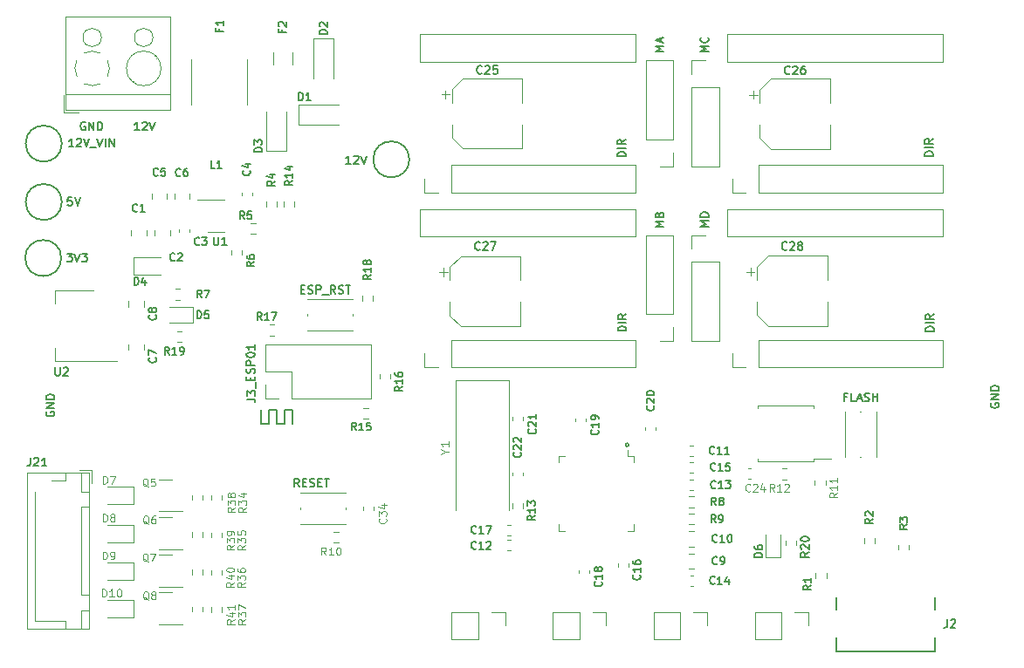
<source format=gbr>
%TF.GenerationSoftware,KiCad,Pcbnew,(6.0.2-0)*%
%TF.CreationDate,2022-05-20T12:12:43+02:00*%
%TF.ProjectId,Huge-Stepper-Driver,48756765-2d53-4746-9570-7065722d4472,rev?*%
%TF.SameCoordinates,Original*%
%TF.FileFunction,Legend,Top*%
%TF.FilePolarity,Positive*%
%FSLAX46Y46*%
G04 Gerber Fmt 4.6, Leading zero omitted, Abs format (unit mm)*
G04 Created by KiCad (PCBNEW (6.0.2-0)) date 2022-05-20 12:12:43*
%MOMM*%
%LPD*%
G01*
G04 APERTURE LIST*
%ADD10C,0.150000*%
%ADD11C,0.125000*%
%ADD12C,0.120000*%
%ADD13C,0.200000*%
G04 APERTURE END LIST*
D10*
X115610000Y-115680000D02*
X116390000Y-115680000D01*
X114160000Y-115680000D02*
X114880000Y-115680000D01*
X117150000Y-114340000D02*
X117150000Y-115660000D01*
X116390000Y-115680000D02*
X116390000Y-114340000D01*
X115610000Y-114330000D02*
X115610000Y-115680000D01*
X116390000Y-114340000D02*
X117150000Y-114340000D01*
X114160000Y-114330000D02*
X114160000Y-115680000D01*
X114880000Y-114330000D02*
X115610000Y-114330000D01*
X114880000Y-115680000D02*
X114880000Y-114330000D01*
X102324761Y-87151904D02*
X101867619Y-87151904D01*
X102096190Y-87151904D02*
X102096190Y-86351904D01*
X102020000Y-86466190D01*
X101943809Y-86542380D01*
X101867619Y-86580476D01*
X102629523Y-86428095D02*
X102667619Y-86390000D01*
X102743809Y-86351904D01*
X102934285Y-86351904D01*
X103010476Y-86390000D01*
X103048571Y-86428095D01*
X103086666Y-86504285D01*
X103086666Y-86580476D01*
X103048571Y-86694761D01*
X102591428Y-87151904D01*
X103086666Y-87151904D01*
X103315238Y-86351904D02*
X103581904Y-87151904D01*
X103848571Y-86351904D01*
X122824761Y-90431904D02*
X122367619Y-90431904D01*
X122596190Y-90431904D02*
X122596190Y-89631904D01*
X122520000Y-89746190D01*
X122443809Y-89822380D01*
X122367619Y-89860476D01*
X123129523Y-89708095D02*
X123167619Y-89670000D01*
X123243809Y-89631904D01*
X123434285Y-89631904D01*
X123510476Y-89670000D01*
X123548571Y-89708095D01*
X123586666Y-89784285D01*
X123586666Y-89860476D01*
X123548571Y-89974761D01*
X123091428Y-90431904D01*
X123586666Y-90431904D01*
X123815238Y-89631904D02*
X124081904Y-90431904D01*
X124348571Y-89631904D01*
X149491904Y-89700000D02*
X148691904Y-89700000D01*
X148691904Y-89509523D01*
X148730000Y-89395238D01*
X148806190Y-89319047D01*
X148882380Y-89280952D01*
X149034761Y-89242857D01*
X149149047Y-89242857D01*
X149301428Y-89280952D01*
X149377619Y-89319047D01*
X149453809Y-89395238D01*
X149491904Y-89509523D01*
X149491904Y-89700000D01*
X149491904Y-88900000D02*
X148691904Y-88900000D01*
X149491904Y-88061904D02*
X149110952Y-88328571D01*
X149491904Y-88519047D02*
X148691904Y-88519047D01*
X148691904Y-88214285D01*
X148730000Y-88138095D01*
X148768095Y-88100000D01*
X148844285Y-88061904D01*
X148958571Y-88061904D01*
X149034761Y-88100000D01*
X149072857Y-88138095D01*
X149110952Y-88214285D01*
X149110952Y-88519047D01*
X157531904Y-79516666D02*
X156731904Y-79516666D01*
X157303333Y-79250000D01*
X156731904Y-78983333D01*
X157531904Y-78983333D01*
X157455714Y-78145238D02*
X157493809Y-78183333D01*
X157531904Y-78297619D01*
X157531904Y-78373809D01*
X157493809Y-78488095D01*
X157417619Y-78564285D01*
X157341428Y-78602380D01*
X157189047Y-78640476D01*
X157074761Y-78640476D01*
X156922380Y-78602380D01*
X156846190Y-78564285D01*
X156770000Y-78488095D01*
X156731904Y-78373809D01*
X156731904Y-78297619D01*
X156770000Y-78183333D01*
X156808095Y-78145238D01*
X117987142Y-102602857D02*
X118253809Y-102602857D01*
X118368095Y-103021904D02*
X117987142Y-103021904D01*
X117987142Y-102221904D01*
X118368095Y-102221904D01*
X118672857Y-102983809D02*
X118787142Y-103021904D01*
X118977619Y-103021904D01*
X119053809Y-102983809D01*
X119091904Y-102945714D01*
X119130000Y-102869523D01*
X119130000Y-102793333D01*
X119091904Y-102717142D01*
X119053809Y-102679047D01*
X118977619Y-102640952D01*
X118825238Y-102602857D01*
X118749047Y-102564761D01*
X118710952Y-102526666D01*
X118672857Y-102450476D01*
X118672857Y-102374285D01*
X118710952Y-102298095D01*
X118749047Y-102260000D01*
X118825238Y-102221904D01*
X119015714Y-102221904D01*
X119130000Y-102260000D01*
X119472857Y-103021904D02*
X119472857Y-102221904D01*
X119777619Y-102221904D01*
X119853809Y-102260000D01*
X119891904Y-102298095D01*
X119930000Y-102374285D01*
X119930000Y-102488571D01*
X119891904Y-102564761D01*
X119853809Y-102602857D01*
X119777619Y-102640952D01*
X119472857Y-102640952D01*
X120082380Y-103098095D02*
X120691904Y-103098095D01*
X121339523Y-103021904D02*
X121072857Y-102640952D01*
X120882380Y-103021904D02*
X120882380Y-102221904D01*
X121187142Y-102221904D01*
X121263333Y-102260000D01*
X121301428Y-102298095D01*
X121339523Y-102374285D01*
X121339523Y-102488571D01*
X121301428Y-102564761D01*
X121263333Y-102602857D01*
X121187142Y-102640952D01*
X120882380Y-102640952D01*
X121644285Y-102983809D02*
X121758571Y-103021904D01*
X121949047Y-103021904D01*
X122025238Y-102983809D01*
X122063333Y-102945714D01*
X122101428Y-102869523D01*
X122101428Y-102793333D01*
X122063333Y-102717142D01*
X122025238Y-102679047D01*
X121949047Y-102640952D01*
X121796666Y-102602857D01*
X121720476Y-102564761D01*
X121682380Y-102526666D01*
X121644285Y-102450476D01*
X121644285Y-102374285D01*
X121682380Y-102298095D01*
X121720476Y-102260000D01*
X121796666Y-102221904D01*
X121987142Y-102221904D01*
X122101428Y-102260000D01*
X122330000Y-102221904D02*
X122787142Y-102221904D01*
X122558571Y-103021904D02*
X122558571Y-102221904D01*
X153171904Y-79489523D02*
X152371904Y-79489523D01*
X152943333Y-79222857D01*
X152371904Y-78956190D01*
X153171904Y-78956190D01*
X152943333Y-78613333D02*
X152943333Y-78232380D01*
X153171904Y-78689523D02*
X152371904Y-78422857D01*
X153171904Y-78156190D01*
X95947619Y-88761904D02*
X95490476Y-88761904D01*
X95719047Y-88761904D02*
X95719047Y-87961904D01*
X95642857Y-88076190D01*
X95566666Y-88152380D01*
X95490476Y-88190476D01*
X96252380Y-88038095D02*
X96290476Y-88000000D01*
X96366666Y-87961904D01*
X96557142Y-87961904D01*
X96633333Y-88000000D01*
X96671428Y-88038095D01*
X96709523Y-88114285D01*
X96709523Y-88190476D01*
X96671428Y-88304761D01*
X96214285Y-88761904D01*
X96709523Y-88761904D01*
X96938095Y-87961904D02*
X97204761Y-88761904D01*
X97471428Y-87961904D01*
X97547619Y-88838095D02*
X98157142Y-88838095D01*
X98233333Y-87961904D02*
X98500000Y-88761904D01*
X98766666Y-87961904D01*
X99033333Y-88761904D02*
X99033333Y-87961904D01*
X99414285Y-88761904D02*
X99414285Y-87961904D01*
X99871428Y-88761904D01*
X99871428Y-87961904D01*
X153161904Y-96536666D02*
X152361904Y-96536666D01*
X152933333Y-96270000D01*
X152361904Y-96003333D01*
X153161904Y-96003333D01*
X152742857Y-95355714D02*
X152780952Y-95241428D01*
X152819047Y-95203333D01*
X152895238Y-95165238D01*
X153009523Y-95165238D01*
X153085714Y-95203333D01*
X153123809Y-95241428D01*
X153161904Y-95317619D01*
X153161904Y-95622380D01*
X152361904Y-95622380D01*
X152361904Y-95355714D01*
X152400000Y-95279523D01*
X152438095Y-95241428D01*
X152514285Y-95203333D01*
X152590476Y-95203333D01*
X152666666Y-95241428D01*
X152704761Y-95279523D01*
X152742857Y-95355714D01*
X152742857Y-95622380D01*
X93300000Y-114479523D02*
X93261904Y-114555714D01*
X93261904Y-114670000D01*
X93300000Y-114784285D01*
X93376190Y-114860476D01*
X93452380Y-114898571D01*
X93604761Y-114936666D01*
X93719047Y-114936666D01*
X93871428Y-114898571D01*
X93947619Y-114860476D01*
X94023809Y-114784285D01*
X94061904Y-114670000D01*
X94061904Y-114593809D01*
X94023809Y-114479523D01*
X93985714Y-114441428D01*
X93719047Y-114441428D01*
X93719047Y-114593809D01*
X94061904Y-114098571D02*
X93261904Y-114098571D01*
X94061904Y-113641428D01*
X93261904Y-113641428D01*
X94061904Y-113260476D02*
X93261904Y-113260476D01*
X93261904Y-113070000D01*
X93300000Y-112955714D01*
X93376190Y-112879523D01*
X93452380Y-112841428D01*
X93604761Y-112803333D01*
X93719047Y-112803333D01*
X93871428Y-112841428D01*
X93947619Y-112879523D01*
X94023809Y-112955714D01*
X94061904Y-113070000D01*
X94061904Y-113260476D01*
X179381904Y-106660000D02*
X178581904Y-106660000D01*
X178581904Y-106469523D01*
X178620000Y-106355238D01*
X178696190Y-106279047D01*
X178772380Y-106240952D01*
X178924761Y-106202857D01*
X179039047Y-106202857D01*
X179191428Y-106240952D01*
X179267619Y-106279047D01*
X179343809Y-106355238D01*
X179381904Y-106469523D01*
X179381904Y-106660000D01*
X179381904Y-105860000D02*
X178581904Y-105860000D01*
X179381904Y-105021904D02*
X179000952Y-105288571D01*
X179381904Y-105479047D02*
X178581904Y-105479047D01*
X178581904Y-105174285D01*
X178620000Y-105098095D01*
X178658095Y-105060000D01*
X178734285Y-105021904D01*
X178848571Y-105021904D01*
X178924761Y-105060000D01*
X178962857Y-105098095D01*
X179000952Y-105174285D01*
X179000952Y-105479047D01*
X170947619Y-113052857D02*
X170680952Y-113052857D01*
X170680952Y-113471904D02*
X170680952Y-112671904D01*
X171061904Y-112671904D01*
X171747619Y-113471904D02*
X171366666Y-113471904D01*
X171366666Y-112671904D01*
X171976190Y-113243333D02*
X172357142Y-113243333D01*
X171900000Y-113471904D02*
X172166666Y-112671904D01*
X172433333Y-113471904D01*
X172661904Y-113433809D02*
X172776190Y-113471904D01*
X172966666Y-113471904D01*
X173042857Y-113433809D01*
X173080952Y-113395714D01*
X173119047Y-113319523D01*
X173119047Y-113243333D01*
X173080952Y-113167142D01*
X173042857Y-113129047D01*
X172966666Y-113090952D01*
X172814285Y-113052857D01*
X172738095Y-113014761D01*
X172700000Y-112976666D01*
X172661904Y-112900476D01*
X172661904Y-112824285D01*
X172700000Y-112748095D01*
X172738095Y-112710000D01*
X172814285Y-112671904D01*
X173004761Y-112671904D01*
X173119047Y-112710000D01*
X173461904Y-113471904D02*
X173461904Y-112671904D01*
X173461904Y-113052857D02*
X173919047Y-113052857D01*
X173919047Y-113471904D02*
X173919047Y-112671904D01*
X113588095Y-112229523D02*
X113588095Y-111620000D01*
X113092857Y-111429523D02*
X113092857Y-111162857D01*
X113511904Y-111048571D02*
X113511904Y-111429523D01*
X112711904Y-111429523D01*
X112711904Y-111048571D01*
X113473809Y-110743809D02*
X113511904Y-110629523D01*
X113511904Y-110439047D01*
X113473809Y-110362857D01*
X113435714Y-110324761D01*
X113359523Y-110286666D01*
X113283333Y-110286666D01*
X113207142Y-110324761D01*
X113169047Y-110362857D01*
X113130952Y-110439047D01*
X113092857Y-110591428D01*
X113054761Y-110667619D01*
X113016666Y-110705714D01*
X112940476Y-110743809D01*
X112864285Y-110743809D01*
X112788095Y-110705714D01*
X112750000Y-110667619D01*
X112711904Y-110591428D01*
X112711904Y-110400952D01*
X112750000Y-110286666D01*
X113511904Y-109943809D02*
X112711904Y-109943809D01*
X112711904Y-109639047D01*
X112750000Y-109562857D01*
X112788095Y-109524761D01*
X112864285Y-109486666D01*
X112978571Y-109486666D01*
X113054761Y-109524761D01*
X113092857Y-109562857D01*
X113130952Y-109639047D01*
X113130952Y-109943809D01*
X112711904Y-108991428D02*
X112711904Y-108915238D01*
X112750000Y-108839047D01*
X112788095Y-108800952D01*
X112864285Y-108762857D01*
X113016666Y-108724761D01*
X113207142Y-108724761D01*
X113359523Y-108762857D01*
X113435714Y-108800952D01*
X113473809Y-108839047D01*
X113511904Y-108915238D01*
X113511904Y-108991428D01*
X113473809Y-109067619D01*
X113435714Y-109105714D01*
X113359523Y-109143809D01*
X113207142Y-109181904D01*
X113016666Y-109181904D01*
X112864285Y-109143809D01*
X112788095Y-109105714D01*
X112750000Y-109067619D01*
X112711904Y-108991428D01*
X113511904Y-107962857D02*
X113511904Y-108420000D01*
X113511904Y-108191428D02*
X112711904Y-108191428D01*
X112826190Y-108267619D01*
X112902380Y-108343809D01*
X112940476Y-108420000D01*
X149541904Y-106640000D02*
X148741904Y-106640000D01*
X148741904Y-106449523D01*
X148780000Y-106335238D01*
X148856190Y-106259047D01*
X148932380Y-106220952D01*
X149084761Y-106182857D01*
X149199047Y-106182857D01*
X149351428Y-106220952D01*
X149427619Y-106259047D01*
X149503809Y-106335238D01*
X149541904Y-106449523D01*
X149541904Y-106640000D01*
X149541904Y-105840000D02*
X148741904Y-105840000D01*
X149541904Y-105001904D02*
X149160952Y-105268571D01*
X149541904Y-105459047D02*
X148741904Y-105459047D01*
X148741904Y-105154285D01*
X148780000Y-105078095D01*
X148818095Y-105040000D01*
X148894285Y-105001904D01*
X149008571Y-105001904D01*
X149084761Y-105040000D01*
X149122857Y-105078095D01*
X149160952Y-105154285D01*
X149160952Y-105459047D01*
X117828095Y-121761904D02*
X117561428Y-121380952D01*
X117370952Y-121761904D02*
X117370952Y-120961904D01*
X117675714Y-120961904D01*
X117751904Y-121000000D01*
X117790000Y-121038095D01*
X117828095Y-121114285D01*
X117828095Y-121228571D01*
X117790000Y-121304761D01*
X117751904Y-121342857D01*
X117675714Y-121380952D01*
X117370952Y-121380952D01*
X118170952Y-121342857D02*
X118437619Y-121342857D01*
X118551904Y-121761904D02*
X118170952Y-121761904D01*
X118170952Y-120961904D01*
X118551904Y-120961904D01*
X118856666Y-121723809D02*
X118970952Y-121761904D01*
X119161428Y-121761904D01*
X119237619Y-121723809D01*
X119275714Y-121685714D01*
X119313809Y-121609523D01*
X119313809Y-121533333D01*
X119275714Y-121457142D01*
X119237619Y-121419047D01*
X119161428Y-121380952D01*
X119009047Y-121342857D01*
X118932857Y-121304761D01*
X118894761Y-121266666D01*
X118856666Y-121190476D01*
X118856666Y-121114285D01*
X118894761Y-121038095D01*
X118932857Y-121000000D01*
X119009047Y-120961904D01*
X119199523Y-120961904D01*
X119313809Y-121000000D01*
X119656666Y-121342857D02*
X119923333Y-121342857D01*
X120037619Y-121761904D02*
X119656666Y-121761904D01*
X119656666Y-120961904D01*
X120037619Y-120961904D01*
X120266190Y-120961904D02*
X120723333Y-120961904D01*
X120494761Y-121761904D02*
X120494761Y-120961904D01*
X95787619Y-93651904D02*
X95406666Y-93651904D01*
X95368571Y-94032857D01*
X95406666Y-93994761D01*
X95482857Y-93956666D01*
X95673333Y-93956666D01*
X95749523Y-93994761D01*
X95787619Y-94032857D01*
X95825714Y-94109047D01*
X95825714Y-94299523D01*
X95787619Y-94375714D01*
X95749523Y-94413809D01*
X95673333Y-94451904D01*
X95482857Y-94451904D01*
X95406666Y-94413809D01*
X95368571Y-94375714D01*
X96054285Y-93651904D02*
X96320952Y-94451904D01*
X96587619Y-93651904D01*
X184930000Y-113639523D02*
X184891904Y-113715714D01*
X184891904Y-113830000D01*
X184930000Y-113944285D01*
X185006190Y-114020476D01*
X185082380Y-114058571D01*
X185234761Y-114096666D01*
X185349047Y-114096666D01*
X185501428Y-114058571D01*
X185577619Y-114020476D01*
X185653809Y-113944285D01*
X185691904Y-113830000D01*
X185691904Y-113753809D01*
X185653809Y-113639523D01*
X185615714Y-113601428D01*
X185349047Y-113601428D01*
X185349047Y-113753809D01*
X185691904Y-113258571D02*
X184891904Y-113258571D01*
X185691904Y-112801428D01*
X184891904Y-112801428D01*
X185691904Y-112420476D02*
X184891904Y-112420476D01*
X184891904Y-112230000D01*
X184930000Y-112115714D01*
X185006190Y-112039523D01*
X185082380Y-112001428D01*
X185234761Y-111963333D01*
X185349047Y-111963333D01*
X185501428Y-112001428D01*
X185577619Y-112039523D01*
X185653809Y-112115714D01*
X185691904Y-112230000D01*
X185691904Y-112420476D01*
X157531904Y-96496666D02*
X156731904Y-96496666D01*
X157303333Y-96230000D01*
X156731904Y-95963333D01*
X157531904Y-95963333D01*
X157531904Y-95582380D02*
X156731904Y-95582380D01*
X156731904Y-95391904D01*
X156770000Y-95277619D01*
X156846190Y-95201428D01*
X156922380Y-95163333D01*
X157074761Y-95125238D01*
X157189047Y-95125238D01*
X157341428Y-95163333D01*
X157417619Y-95201428D01*
X157493809Y-95277619D01*
X157531904Y-95391904D01*
X157531904Y-95582380D01*
X97070476Y-86390000D02*
X96994285Y-86351904D01*
X96880000Y-86351904D01*
X96765714Y-86390000D01*
X96689523Y-86466190D01*
X96651428Y-86542380D01*
X96613333Y-86694761D01*
X96613333Y-86809047D01*
X96651428Y-86961428D01*
X96689523Y-87037619D01*
X96765714Y-87113809D01*
X96880000Y-87151904D01*
X96956190Y-87151904D01*
X97070476Y-87113809D01*
X97108571Y-87075714D01*
X97108571Y-86809047D01*
X96956190Y-86809047D01*
X97451428Y-87151904D02*
X97451428Y-86351904D01*
X97908571Y-87151904D01*
X97908571Y-86351904D01*
X98289523Y-87151904D02*
X98289523Y-86351904D01*
X98480000Y-86351904D01*
X98594285Y-86390000D01*
X98670476Y-86466190D01*
X98708571Y-86542380D01*
X98746666Y-86694761D01*
X98746666Y-86809047D01*
X98708571Y-86961428D01*
X98670476Y-87037619D01*
X98594285Y-87113809D01*
X98480000Y-87151904D01*
X98289523Y-87151904D01*
X179311904Y-89650000D02*
X178511904Y-89650000D01*
X178511904Y-89459523D01*
X178550000Y-89345238D01*
X178626190Y-89269047D01*
X178702380Y-89230952D01*
X178854761Y-89192857D01*
X178969047Y-89192857D01*
X179121428Y-89230952D01*
X179197619Y-89269047D01*
X179273809Y-89345238D01*
X179311904Y-89459523D01*
X179311904Y-89650000D01*
X179311904Y-88850000D02*
X178511904Y-88850000D01*
X179311904Y-88011904D02*
X178930952Y-88278571D01*
X179311904Y-88469047D02*
X178511904Y-88469047D01*
X178511904Y-88164285D01*
X178550000Y-88088095D01*
X178588095Y-88050000D01*
X178664285Y-88011904D01*
X178778571Y-88011904D01*
X178854761Y-88050000D01*
X178892857Y-88088095D01*
X178930952Y-88164285D01*
X178930952Y-88469047D01*
X95309523Y-99121904D02*
X95804761Y-99121904D01*
X95538095Y-99426666D01*
X95652380Y-99426666D01*
X95728571Y-99464761D01*
X95766666Y-99502857D01*
X95804761Y-99579047D01*
X95804761Y-99769523D01*
X95766666Y-99845714D01*
X95728571Y-99883809D01*
X95652380Y-99921904D01*
X95423809Y-99921904D01*
X95347619Y-99883809D01*
X95309523Y-99845714D01*
X96033333Y-99121904D02*
X96300000Y-99921904D01*
X96566666Y-99121904D01*
X96757142Y-99121904D02*
X97252380Y-99121904D01*
X96985714Y-99426666D01*
X97100000Y-99426666D01*
X97176190Y-99464761D01*
X97214285Y-99502857D01*
X97252380Y-99579047D01*
X97252380Y-99769523D01*
X97214285Y-99845714D01*
X97176190Y-99883809D01*
X97100000Y-99921904D01*
X96871428Y-99921904D01*
X96795238Y-99883809D01*
X96757142Y-99845714D01*
D11*
%TO.C,Q8*%
X103239971Y-132771514D02*
X103168542Y-132735800D01*
X103097114Y-132664371D01*
X102989971Y-132557228D01*
X102918542Y-132521514D01*
X102847114Y-132521514D01*
X102882828Y-132700085D02*
X102811400Y-132664371D01*
X102739971Y-132592942D01*
X102704257Y-132450085D01*
X102704257Y-132200085D01*
X102739971Y-132057228D01*
X102811400Y-131985800D01*
X102882828Y-131950085D01*
X103025685Y-131950085D01*
X103097114Y-131985800D01*
X103168542Y-132057228D01*
X103204257Y-132200085D01*
X103204257Y-132450085D01*
X103168542Y-132592942D01*
X103097114Y-132664371D01*
X103025685Y-132700085D01*
X102882828Y-132700085D01*
X103632828Y-132271514D02*
X103561400Y-132235800D01*
X103525685Y-132200085D01*
X103489971Y-132128657D01*
X103489971Y-132092942D01*
X103525685Y-132021514D01*
X103561400Y-131985800D01*
X103632828Y-131950085D01*
X103775685Y-131950085D01*
X103847114Y-131985800D01*
X103882828Y-132021514D01*
X103918542Y-132092942D01*
X103918542Y-132128657D01*
X103882828Y-132200085D01*
X103847114Y-132235800D01*
X103775685Y-132271514D01*
X103632828Y-132271514D01*
X103561400Y-132307228D01*
X103525685Y-132342942D01*
X103489971Y-132414371D01*
X103489971Y-132557228D01*
X103525685Y-132628657D01*
X103561400Y-132664371D01*
X103632828Y-132700085D01*
X103775685Y-132700085D01*
X103847114Y-132664371D01*
X103882828Y-132628657D01*
X103918542Y-132557228D01*
X103918542Y-132414371D01*
X103882828Y-132342942D01*
X103847114Y-132307228D01*
X103775685Y-132271514D01*
D10*
%TO.C,C2*%
X105755000Y-99757857D02*
X105719285Y-99793571D01*
X105612142Y-99829285D01*
X105540714Y-99829285D01*
X105433571Y-99793571D01*
X105362142Y-99722142D01*
X105326428Y-99650714D01*
X105290714Y-99507857D01*
X105290714Y-99400714D01*
X105326428Y-99257857D01*
X105362142Y-99186428D01*
X105433571Y-99115000D01*
X105540714Y-99079285D01*
X105612142Y-99079285D01*
X105719285Y-99115000D01*
X105755000Y-99150714D01*
X106040714Y-99150714D02*
X106076428Y-99115000D01*
X106147857Y-99079285D01*
X106326428Y-99079285D01*
X106397857Y-99115000D01*
X106433571Y-99150714D01*
X106469285Y-99222142D01*
X106469285Y-99293571D01*
X106433571Y-99400714D01*
X106005000Y-99829285D01*
X106469285Y-99829285D01*
%TO.C,C25*%
X135553514Y-81615714D02*
X135515419Y-81653809D01*
X135401133Y-81691904D01*
X135324942Y-81691904D01*
X135210657Y-81653809D01*
X135134466Y-81577619D01*
X135096371Y-81501428D01*
X135058276Y-81349047D01*
X135058276Y-81234761D01*
X135096371Y-81082380D01*
X135134466Y-81006190D01*
X135210657Y-80930000D01*
X135324942Y-80891904D01*
X135401133Y-80891904D01*
X135515419Y-80930000D01*
X135553514Y-80968095D01*
X135858276Y-80968095D02*
X135896371Y-80930000D01*
X135972561Y-80891904D01*
X136163038Y-80891904D01*
X136239228Y-80930000D01*
X136277323Y-80968095D01*
X136315419Y-81044285D01*
X136315419Y-81120476D01*
X136277323Y-81234761D01*
X135820180Y-81691904D01*
X136315419Y-81691904D01*
X137039228Y-80891904D02*
X136658276Y-80891904D01*
X136620180Y-81272857D01*
X136658276Y-81234761D01*
X136734466Y-81196666D01*
X136924942Y-81196666D01*
X137001133Y-81234761D01*
X137039228Y-81272857D01*
X137077323Y-81349047D01*
X137077323Y-81539523D01*
X137039228Y-81615714D01*
X137001133Y-81653809D01*
X136924942Y-81691904D01*
X136734466Y-81691904D01*
X136658276Y-81653809D01*
X136620180Y-81615714D01*
%TO.C,D4*%
X101816428Y-102179285D02*
X101816428Y-101429285D01*
X101995000Y-101429285D01*
X102102142Y-101465000D01*
X102173571Y-101536428D01*
X102209285Y-101607857D01*
X102245000Y-101750714D01*
X102245000Y-101857857D01*
X102209285Y-102000714D01*
X102173571Y-102072142D01*
X102102142Y-102143571D01*
X101995000Y-102179285D01*
X101816428Y-102179285D01*
X102887857Y-101679285D02*
X102887857Y-102179285D01*
X102709285Y-101393571D02*
X102530714Y-101929285D01*
X102995000Y-101929285D01*
D11*
%TO.C,R37*%
X112642617Y-134662142D02*
X112285474Y-134912142D01*
X112642617Y-135090714D02*
X111892617Y-135090714D01*
X111892617Y-134805000D01*
X111928332Y-134733571D01*
X111964046Y-134697857D01*
X112035474Y-134662142D01*
X112142617Y-134662142D01*
X112214046Y-134697857D01*
X112249760Y-134733571D01*
X112285474Y-134805000D01*
X112285474Y-135090714D01*
X111892617Y-134412142D02*
X111892617Y-133947857D01*
X112178332Y-134197857D01*
X112178332Y-134090714D01*
X112214046Y-134019285D01*
X112249760Y-133983571D01*
X112321189Y-133947857D01*
X112499760Y-133947857D01*
X112571189Y-133983571D01*
X112606903Y-134019285D01*
X112642617Y-134090714D01*
X112642617Y-134305000D01*
X112606903Y-134376428D01*
X112571189Y-134412142D01*
X111892617Y-133697857D02*
X111892617Y-133197857D01*
X112642617Y-133519285D01*
D10*
%TO.C,C1*%
X102128200Y-94995457D02*
X102092485Y-95031171D01*
X101985342Y-95066885D01*
X101913914Y-95066885D01*
X101806771Y-95031171D01*
X101735342Y-94959742D01*
X101699628Y-94888314D01*
X101663914Y-94745457D01*
X101663914Y-94638314D01*
X101699628Y-94495457D01*
X101735342Y-94424028D01*
X101806771Y-94352600D01*
X101913914Y-94316885D01*
X101985342Y-94316885D01*
X102092485Y-94352600D01*
X102128200Y-94388314D01*
X102842485Y-95066885D02*
X102413914Y-95066885D01*
X102628200Y-95066885D02*
X102628200Y-94316885D01*
X102556771Y-94424028D01*
X102485342Y-94495457D01*
X102413914Y-94531171D01*
D11*
%TO.C,Y1*%
X131950952Y-118340952D02*
X132331904Y-118340952D01*
X131531904Y-118607619D02*
X131950952Y-118340952D01*
X131531904Y-118074285D01*
X132331904Y-117388571D02*
X132331904Y-117845714D01*
X132331904Y-117617142D02*
X131531904Y-117617142D01*
X131646190Y-117693333D01*
X131722380Y-117769523D01*
X131760476Y-117845714D01*
D10*
%TO.C,F2*%
X116176828Y-77415200D02*
X116176828Y-77665200D01*
X116569685Y-77665200D02*
X115819685Y-77665200D01*
X115819685Y-77308057D01*
X115891114Y-77058057D02*
X115855400Y-77022342D01*
X115819685Y-76950914D01*
X115819685Y-76772342D01*
X115855400Y-76700914D01*
X115891114Y-76665200D01*
X115962542Y-76629485D01*
X116033971Y-76629485D01*
X116141114Y-76665200D01*
X116569685Y-77093771D01*
X116569685Y-76629485D01*
%TO.C,C12*%
X134985457Y-127758657D02*
X134949742Y-127794371D01*
X134842600Y-127830085D01*
X134771171Y-127830085D01*
X134664028Y-127794371D01*
X134592600Y-127722942D01*
X134556885Y-127651514D01*
X134521171Y-127508657D01*
X134521171Y-127401514D01*
X134556885Y-127258657D01*
X134592600Y-127187228D01*
X134664028Y-127115800D01*
X134771171Y-127080085D01*
X134842600Y-127080085D01*
X134949742Y-127115800D01*
X134985457Y-127151514D01*
X135699742Y-127830085D02*
X135271171Y-127830085D01*
X135485457Y-127830085D02*
X135485457Y-127080085D01*
X135414028Y-127187228D01*
X135342600Y-127258657D01*
X135271171Y-127294371D01*
X135985457Y-127151514D02*
X136021171Y-127115800D01*
X136092600Y-127080085D01*
X136271171Y-127080085D01*
X136342600Y-127115800D01*
X136378314Y-127151514D01*
X136414028Y-127222942D01*
X136414028Y-127294371D01*
X136378314Y-127401514D01*
X135949742Y-127830085D01*
X136414028Y-127830085D01*
%TO.C,R7*%
X108340600Y-103419885D02*
X108090600Y-103062742D01*
X107912028Y-103419885D02*
X107912028Y-102669885D01*
X108197742Y-102669885D01*
X108269171Y-102705600D01*
X108304885Y-102741314D01*
X108340600Y-102812742D01*
X108340600Y-102919885D01*
X108304885Y-102991314D01*
X108269171Y-103027028D01*
X108197742Y-103062742D01*
X107912028Y-103062742D01*
X108590600Y-102669885D02*
X109090600Y-102669885D01*
X108769171Y-103419885D01*
%TO.C,R13*%
X140739285Y-124572142D02*
X140382142Y-124822142D01*
X140739285Y-125000714D02*
X139989285Y-125000714D01*
X139989285Y-124715000D01*
X140025000Y-124643571D01*
X140060714Y-124607857D01*
X140132142Y-124572142D01*
X140239285Y-124572142D01*
X140310714Y-124607857D01*
X140346428Y-124643571D01*
X140382142Y-124715000D01*
X140382142Y-125000714D01*
X140739285Y-123857857D02*
X140739285Y-124286428D01*
X140739285Y-124072142D02*
X139989285Y-124072142D01*
X140096428Y-124143571D01*
X140167857Y-124215000D01*
X140203571Y-124286428D01*
X139989285Y-123607857D02*
X139989285Y-123143571D01*
X140275000Y-123393571D01*
X140275000Y-123286428D01*
X140310714Y-123215000D01*
X140346428Y-123179285D01*
X140417857Y-123143571D01*
X140596428Y-123143571D01*
X140667857Y-123179285D01*
X140703571Y-123215000D01*
X140739285Y-123286428D01*
X140739285Y-123500714D01*
X140703571Y-123572142D01*
X140667857Y-123607857D01*
%TO.C,R20*%
X167271904Y-128134285D02*
X166890952Y-128400952D01*
X167271904Y-128591428D02*
X166471904Y-128591428D01*
X166471904Y-128286666D01*
X166510000Y-128210476D01*
X166548095Y-128172380D01*
X166624285Y-128134285D01*
X166738571Y-128134285D01*
X166814761Y-128172380D01*
X166852857Y-128210476D01*
X166890952Y-128286666D01*
X166890952Y-128591428D01*
X166548095Y-127829523D02*
X166510000Y-127791428D01*
X166471904Y-127715238D01*
X166471904Y-127524761D01*
X166510000Y-127448571D01*
X166548095Y-127410476D01*
X166624285Y-127372380D01*
X166700476Y-127372380D01*
X166814761Y-127410476D01*
X167271904Y-127867619D01*
X167271904Y-127372380D01*
X166471904Y-126877142D02*
X166471904Y-126800952D01*
X166510000Y-126724761D01*
X166548095Y-126686666D01*
X166624285Y-126648571D01*
X166776666Y-126610476D01*
X166967142Y-126610476D01*
X167119523Y-126648571D01*
X167195714Y-126686666D01*
X167233809Y-126724761D01*
X167271904Y-126800952D01*
X167271904Y-126877142D01*
X167233809Y-126953333D01*
X167195714Y-126991428D01*
X167119523Y-127029523D01*
X166967142Y-127067619D01*
X166776666Y-127067619D01*
X166624285Y-127029523D01*
X166548095Y-126991428D01*
X166510000Y-126953333D01*
X166471904Y-126877142D01*
%TO.C,U1*%
X109530476Y-97521904D02*
X109530476Y-98169523D01*
X109568571Y-98245714D01*
X109606666Y-98283809D01*
X109682857Y-98321904D01*
X109835238Y-98321904D01*
X109911428Y-98283809D01*
X109949523Y-98245714D01*
X109987619Y-98169523D01*
X109987619Y-97521904D01*
X110787619Y-98321904D02*
X110330476Y-98321904D01*
X110559047Y-98321904D02*
X110559047Y-97521904D01*
X110482857Y-97636190D01*
X110406666Y-97712380D01*
X110330476Y-97750476D01*
%TO.C,R2*%
X173469285Y-124865000D02*
X173112142Y-125115000D01*
X173469285Y-125293571D02*
X172719285Y-125293571D01*
X172719285Y-125007857D01*
X172755000Y-124936428D01*
X172790714Y-124900714D01*
X172862142Y-124865000D01*
X172969285Y-124865000D01*
X173040714Y-124900714D01*
X173076428Y-124936428D01*
X173112142Y-125007857D01*
X173112142Y-125293571D01*
X172790714Y-124579285D02*
X172755000Y-124543571D01*
X172719285Y-124472142D01*
X172719285Y-124293571D01*
X172755000Y-124222142D01*
X172790714Y-124186428D01*
X172862142Y-124150714D01*
X172933571Y-124150714D01*
X173040714Y-124186428D01*
X173469285Y-124615000D01*
X173469285Y-124150714D01*
%TO.C,D6*%
X162761904Y-128630476D02*
X161961904Y-128630476D01*
X161961904Y-128440000D01*
X162000000Y-128325714D01*
X162076190Y-128249523D01*
X162152380Y-128211428D01*
X162304761Y-128173333D01*
X162419047Y-128173333D01*
X162571428Y-128211428D01*
X162647619Y-128249523D01*
X162723809Y-128325714D01*
X162761904Y-128440000D01*
X162761904Y-128630476D01*
X161961904Y-127487619D02*
X161961904Y-127640000D01*
X162000000Y-127716190D01*
X162038095Y-127754285D01*
X162152380Y-127830476D01*
X162304761Y-127868571D01*
X162609523Y-127868571D01*
X162685714Y-127830476D01*
X162723809Y-127792380D01*
X162761904Y-127716190D01*
X162761904Y-127563809D01*
X162723809Y-127487619D01*
X162685714Y-127449523D01*
X162609523Y-127411428D01*
X162419047Y-127411428D01*
X162342857Y-127449523D01*
X162304761Y-127487619D01*
X162266666Y-127563809D01*
X162266666Y-127716190D01*
X162304761Y-127792380D01*
X162342857Y-127830476D01*
X162419047Y-127868571D01*
%TO.C,R6*%
X113489285Y-99945000D02*
X113132142Y-100195000D01*
X113489285Y-100373571D02*
X112739285Y-100373571D01*
X112739285Y-100087857D01*
X112775000Y-100016428D01*
X112810714Y-99980714D01*
X112882142Y-99945000D01*
X112989285Y-99945000D01*
X113060714Y-99980714D01*
X113096428Y-100016428D01*
X113132142Y-100087857D01*
X113132142Y-100373571D01*
X112739285Y-99302142D02*
X112739285Y-99445000D01*
X112775000Y-99516428D01*
X112810714Y-99552142D01*
X112917857Y-99623571D01*
X113060714Y-99659285D01*
X113346428Y-99659285D01*
X113417857Y-99623571D01*
X113453571Y-99587857D01*
X113489285Y-99516428D01*
X113489285Y-99373571D01*
X113453571Y-99302142D01*
X113417857Y-99266428D01*
X113346428Y-99230714D01*
X113167857Y-99230714D01*
X113096428Y-99266428D01*
X113060714Y-99302142D01*
X113025000Y-99373571D01*
X113025000Y-99516428D01*
X113060714Y-99587857D01*
X113096428Y-99623571D01*
X113167857Y-99659285D01*
%TO.C,C10*%
X158361057Y-127081857D02*
X158325342Y-127117571D01*
X158218200Y-127153285D01*
X158146771Y-127153285D01*
X158039628Y-127117571D01*
X157968200Y-127046142D01*
X157932485Y-126974714D01*
X157896771Y-126831857D01*
X157896771Y-126724714D01*
X157932485Y-126581857D01*
X157968200Y-126510428D01*
X158039628Y-126439000D01*
X158146771Y-126403285D01*
X158218200Y-126403285D01*
X158325342Y-126439000D01*
X158361057Y-126474714D01*
X159075342Y-127153285D02*
X158646771Y-127153285D01*
X158861057Y-127153285D02*
X158861057Y-126403285D01*
X158789628Y-126510428D01*
X158718200Y-126581857D01*
X158646771Y-126617571D01*
X159539628Y-126403285D02*
X159611057Y-126403285D01*
X159682485Y-126439000D01*
X159718200Y-126474714D01*
X159753914Y-126546142D01*
X159789628Y-126689000D01*
X159789628Y-126867571D01*
X159753914Y-127010428D01*
X159718200Y-127081857D01*
X159682485Y-127117571D01*
X159611057Y-127153285D01*
X159539628Y-127153285D01*
X159468200Y-127117571D01*
X159432485Y-127081857D01*
X159396771Y-127010428D01*
X159361057Y-126867571D01*
X159361057Y-126689000D01*
X159396771Y-126546142D01*
X159432485Y-126474714D01*
X159468200Y-126439000D01*
X159539628Y-126403285D01*
%TO.C,D2*%
X120532085Y-77794971D02*
X119782085Y-77794971D01*
X119782085Y-77616400D01*
X119817800Y-77509257D01*
X119889228Y-77437828D01*
X119960657Y-77402114D01*
X120103514Y-77366400D01*
X120210657Y-77366400D01*
X120353514Y-77402114D01*
X120424942Y-77437828D01*
X120496371Y-77509257D01*
X120532085Y-77616400D01*
X120532085Y-77794971D01*
X119853514Y-77080685D02*
X119817800Y-77044971D01*
X119782085Y-76973542D01*
X119782085Y-76794971D01*
X119817800Y-76723542D01*
X119853514Y-76687828D01*
X119924942Y-76652114D01*
X119996371Y-76652114D01*
X120103514Y-76687828D01*
X120532085Y-77116400D01*
X120532085Y-76652114D01*
%TO.C,F1*%
X110080828Y-77288200D02*
X110080828Y-77538200D01*
X110473685Y-77538200D02*
X109723685Y-77538200D01*
X109723685Y-77181057D01*
X110473685Y-76502485D02*
X110473685Y-76931057D01*
X110473685Y-76716771D02*
X109723685Y-76716771D01*
X109830828Y-76788200D01*
X109902257Y-76859628D01*
X109937971Y-76931057D01*
D11*
%TO.C,D9*%
X98770028Y-128813885D02*
X98770028Y-128063885D01*
X98948600Y-128063885D01*
X99055742Y-128099600D01*
X99127171Y-128171028D01*
X99162885Y-128242457D01*
X99198600Y-128385314D01*
X99198600Y-128492457D01*
X99162885Y-128635314D01*
X99127171Y-128706742D01*
X99055742Y-128778171D01*
X98948600Y-128813885D01*
X98770028Y-128813885D01*
X99555742Y-128813885D02*
X99698600Y-128813885D01*
X99770028Y-128778171D01*
X99805742Y-128742457D01*
X99877171Y-128635314D01*
X99912885Y-128492457D01*
X99912885Y-128206742D01*
X99877171Y-128135314D01*
X99841457Y-128099600D01*
X99770028Y-128063885D01*
X99627171Y-128063885D01*
X99555742Y-128099600D01*
X99520028Y-128135314D01*
X99484314Y-128206742D01*
X99484314Y-128385314D01*
X99520028Y-128456742D01*
X99555742Y-128492457D01*
X99627171Y-128528171D01*
X99770028Y-128528171D01*
X99841457Y-128492457D01*
X99877171Y-128456742D01*
X99912885Y-128385314D01*
D10*
%TO.C,C3*%
X108145000Y-98237857D02*
X108109285Y-98273571D01*
X108002142Y-98309285D01*
X107930714Y-98309285D01*
X107823571Y-98273571D01*
X107752142Y-98202142D01*
X107716428Y-98130714D01*
X107680714Y-97987857D01*
X107680714Y-97880714D01*
X107716428Y-97737857D01*
X107752142Y-97666428D01*
X107823571Y-97595000D01*
X107930714Y-97559285D01*
X108002142Y-97559285D01*
X108109285Y-97595000D01*
X108145000Y-97630714D01*
X108395000Y-97559285D02*
X108859285Y-97559285D01*
X108609285Y-97845000D01*
X108716428Y-97845000D01*
X108787857Y-97880714D01*
X108823571Y-97916428D01*
X108859285Y-97987857D01*
X108859285Y-98166428D01*
X108823571Y-98237857D01*
X108787857Y-98273571D01*
X108716428Y-98309285D01*
X108502142Y-98309285D01*
X108430714Y-98273571D01*
X108395000Y-98237857D01*
%TO.C,C14*%
X158117057Y-131151686D02*
X158081342Y-131187400D01*
X157974200Y-131223114D01*
X157902771Y-131223114D01*
X157795628Y-131187400D01*
X157724200Y-131115971D01*
X157688485Y-131044543D01*
X157652771Y-130901686D01*
X157652771Y-130794543D01*
X157688485Y-130651686D01*
X157724200Y-130580257D01*
X157795628Y-130508829D01*
X157902771Y-130473114D01*
X157974200Y-130473114D01*
X158081342Y-130508829D01*
X158117057Y-130544543D01*
X158831342Y-131223114D02*
X158402771Y-131223114D01*
X158617057Y-131223114D02*
X158617057Y-130473114D01*
X158545628Y-130580257D01*
X158474200Y-130651686D01*
X158402771Y-130687400D01*
X159474200Y-130723114D02*
X159474200Y-131223114D01*
X159295628Y-130437400D02*
X159117057Y-130973114D01*
X159581342Y-130973114D01*
%TO.C,C11*%
X158081657Y-118522057D02*
X158045942Y-118557771D01*
X157938800Y-118593485D01*
X157867371Y-118593485D01*
X157760228Y-118557771D01*
X157688800Y-118486342D01*
X157653085Y-118414914D01*
X157617371Y-118272057D01*
X157617371Y-118164914D01*
X157653085Y-118022057D01*
X157688800Y-117950628D01*
X157760228Y-117879200D01*
X157867371Y-117843485D01*
X157938800Y-117843485D01*
X158045942Y-117879200D01*
X158081657Y-117914914D01*
X158795942Y-118593485D02*
X158367371Y-118593485D01*
X158581657Y-118593485D02*
X158581657Y-117843485D01*
X158510228Y-117950628D01*
X158438800Y-118022057D01*
X158367371Y-118057771D01*
X159510228Y-118593485D02*
X159081657Y-118593485D01*
X159295942Y-118593485D02*
X159295942Y-117843485D01*
X159224514Y-117950628D01*
X159153085Y-118022057D01*
X159081657Y-118057771D01*
%TO.C,U3*%
X149777619Y-117703400D02*
X149730000Y-117608161D01*
X149634761Y-117560542D01*
X149539523Y-117608161D01*
X149491904Y-117703400D01*
X149539523Y-117798638D01*
X149634761Y-117846257D01*
X149730000Y-117798638D01*
X149777619Y-117703400D01*
D11*
%TO.C,R35*%
X112605951Y-127452142D02*
X112248808Y-127702142D01*
X112605951Y-127880714D02*
X111855951Y-127880714D01*
X111855951Y-127595000D01*
X111891666Y-127523571D01*
X111927380Y-127487857D01*
X111998808Y-127452142D01*
X112105951Y-127452142D01*
X112177380Y-127487857D01*
X112213094Y-127523571D01*
X112248808Y-127595000D01*
X112248808Y-127880714D01*
X111855951Y-127202142D02*
X111855951Y-126737857D01*
X112141666Y-126987857D01*
X112141666Y-126880714D01*
X112177380Y-126809285D01*
X112213094Y-126773571D01*
X112284523Y-126737857D01*
X112463094Y-126737857D01*
X112534523Y-126773571D01*
X112570237Y-126809285D01*
X112605951Y-126880714D01*
X112605951Y-127095000D01*
X112570237Y-127166428D01*
X112534523Y-127202142D01*
X111855951Y-126059285D02*
X111855951Y-126416428D01*
X112213094Y-126452142D01*
X112177380Y-126416428D01*
X112141666Y-126345000D01*
X112141666Y-126166428D01*
X112177380Y-126095000D01*
X112213094Y-126059285D01*
X112284523Y-126023571D01*
X112463094Y-126023571D01*
X112534523Y-126059285D01*
X112570237Y-126095000D01*
X112605951Y-126166428D01*
X112605951Y-126345000D01*
X112570237Y-126416428D01*
X112534523Y-126452142D01*
D10*
%TO.C,C13*%
X158208657Y-121849457D02*
X158172942Y-121885171D01*
X158065800Y-121920885D01*
X157994371Y-121920885D01*
X157887228Y-121885171D01*
X157815800Y-121813742D01*
X157780085Y-121742314D01*
X157744371Y-121599457D01*
X157744371Y-121492314D01*
X157780085Y-121349457D01*
X157815800Y-121278028D01*
X157887228Y-121206600D01*
X157994371Y-121170885D01*
X158065800Y-121170885D01*
X158172942Y-121206600D01*
X158208657Y-121242314D01*
X158922942Y-121920885D02*
X158494371Y-121920885D01*
X158708657Y-121920885D02*
X158708657Y-121170885D01*
X158637228Y-121278028D01*
X158565800Y-121349457D01*
X158494371Y-121385171D01*
X159172942Y-121170885D02*
X159637228Y-121170885D01*
X159387228Y-121456600D01*
X159494371Y-121456600D01*
X159565800Y-121492314D01*
X159601514Y-121528028D01*
X159637228Y-121599457D01*
X159637228Y-121778028D01*
X159601514Y-121849457D01*
X159565800Y-121885171D01*
X159494371Y-121920885D01*
X159280085Y-121920885D01*
X159208657Y-121885171D01*
X159172942Y-121849457D01*
%TO.C,C9*%
X158362600Y-129240857D02*
X158326885Y-129276571D01*
X158219742Y-129312285D01*
X158148314Y-129312285D01*
X158041171Y-129276571D01*
X157969742Y-129205142D01*
X157934028Y-129133714D01*
X157898314Y-128990857D01*
X157898314Y-128883714D01*
X157934028Y-128740857D01*
X157969742Y-128669428D01*
X158041171Y-128598000D01*
X158148314Y-128562285D01*
X158219742Y-128562285D01*
X158326885Y-128598000D01*
X158362600Y-128633714D01*
X158719742Y-129312285D02*
X158862600Y-129312285D01*
X158934028Y-129276571D01*
X158969742Y-129240857D01*
X159041171Y-129133714D01*
X159076885Y-128990857D01*
X159076885Y-128705142D01*
X159041171Y-128633714D01*
X159005457Y-128598000D01*
X158934028Y-128562285D01*
X158791171Y-128562285D01*
X158719742Y-128598000D01*
X158684028Y-128633714D01*
X158648314Y-128705142D01*
X158648314Y-128883714D01*
X158684028Y-128955142D01*
X158719742Y-128990857D01*
X158791171Y-129026571D01*
X158934028Y-129026571D01*
X159005457Y-128990857D01*
X159041171Y-128955142D01*
X159076885Y-128883714D01*
D11*
%TO.C,D7*%
X98795428Y-121473285D02*
X98795428Y-120723285D01*
X98974000Y-120723285D01*
X99081142Y-120759000D01*
X99152571Y-120830428D01*
X99188285Y-120901857D01*
X99224000Y-121044714D01*
X99224000Y-121151857D01*
X99188285Y-121294714D01*
X99152571Y-121366142D01*
X99081142Y-121437571D01*
X98974000Y-121473285D01*
X98795428Y-121473285D01*
X99474000Y-120723285D02*
X99974000Y-120723285D01*
X99652571Y-121473285D01*
%TO.C,R10*%
X120427857Y-128399285D02*
X120177857Y-128042142D01*
X119999285Y-128399285D02*
X119999285Y-127649285D01*
X120285000Y-127649285D01*
X120356428Y-127685000D01*
X120392142Y-127720714D01*
X120427857Y-127792142D01*
X120427857Y-127899285D01*
X120392142Y-127970714D01*
X120356428Y-128006428D01*
X120285000Y-128042142D01*
X119999285Y-128042142D01*
X121142142Y-128399285D02*
X120713571Y-128399285D01*
X120927857Y-128399285D02*
X120927857Y-127649285D01*
X120856428Y-127756428D01*
X120785000Y-127827857D01*
X120713571Y-127863571D01*
X121606428Y-127649285D02*
X121677857Y-127649285D01*
X121749285Y-127685000D01*
X121785000Y-127720714D01*
X121820714Y-127792142D01*
X121856428Y-127935000D01*
X121856428Y-128113571D01*
X121820714Y-128256428D01*
X121785000Y-128327857D01*
X121749285Y-128363571D01*
X121677857Y-128399285D01*
X121606428Y-128399285D01*
X121535000Y-128363571D01*
X121499285Y-128327857D01*
X121463571Y-128256428D01*
X121427857Y-128113571D01*
X121427857Y-127935000D01*
X121463571Y-127792142D01*
X121499285Y-127720714D01*
X121535000Y-127685000D01*
X121606428Y-127649285D01*
D10*
%TO.C,C7*%
X103901657Y-109252200D02*
X103937371Y-109287914D01*
X103973085Y-109395057D01*
X103973085Y-109466485D01*
X103937371Y-109573628D01*
X103865942Y-109645057D01*
X103794514Y-109680771D01*
X103651657Y-109716485D01*
X103544514Y-109716485D01*
X103401657Y-109680771D01*
X103330228Y-109645057D01*
X103258800Y-109573628D01*
X103223085Y-109466485D01*
X103223085Y-109395057D01*
X103258800Y-109287914D01*
X103294514Y-109252200D01*
X103223085Y-109002200D02*
X103223085Y-108502200D01*
X103973085Y-108823628D01*
D11*
%TO.C,D8*%
X98795428Y-125156285D02*
X98795428Y-124406285D01*
X98974000Y-124406285D01*
X99081142Y-124442000D01*
X99152571Y-124513428D01*
X99188285Y-124584857D01*
X99224000Y-124727714D01*
X99224000Y-124834857D01*
X99188285Y-124977714D01*
X99152571Y-125049142D01*
X99081142Y-125120571D01*
X98974000Y-125156285D01*
X98795428Y-125156285D01*
X99652571Y-124727714D02*
X99581142Y-124692000D01*
X99545428Y-124656285D01*
X99509714Y-124584857D01*
X99509714Y-124549142D01*
X99545428Y-124477714D01*
X99581142Y-124442000D01*
X99652571Y-124406285D01*
X99795428Y-124406285D01*
X99866857Y-124442000D01*
X99902571Y-124477714D01*
X99938285Y-124549142D01*
X99938285Y-124584857D01*
X99902571Y-124656285D01*
X99866857Y-124692000D01*
X99795428Y-124727714D01*
X99652571Y-124727714D01*
X99581142Y-124763428D01*
X99545428Y-124799142D01*
X99509714Y-124870571D01*
X99509714Y-125013428D01*
X99545428Y-125084857D01*
X99581142Y-125120571D01*
X99652571Y-125156285D01*
X99795428Y-125156285D01*
X99866857Y-125120571D01*
X99902571Y-125084857D01*
X99938285Y-125013428D01*
X99938285Y-124870571D01*
X99902571Y-124799142D01*
X99866857Y-124763428D01*
X99795428Y-124727714D01*
%TO.C,D10*%
X98717685Y-132446085D02*
X98717685Y-131696085D01*
X98896257Y-131696085D01*
X99003400Y-131731800D01*
X99074828Y-131803228D01*
X99110542Y-131874657D01*
X99146257Y-132017514D01*
X99146257Y-132124657D01*
X99110542Y-132267514D01*
X99074828Y-132338942D01*
X99003400Y-132410371D01*
X98896257Y-132446085D01*
X98717685Y-132446085D01*
X99860542Y-132446085D02*
X99431971Y-132446085D01*
X99646257Y-132446085D02*
X99646257Y-131696085D01*
X99574828Y-131803228D01*
X99503400Y-131874657D01*
X99431971Y-131910371D01*
X100324828Y-131696085D02*
X100396257Y-131696085D01*
X100467685Y-131731800D01*
X100503400Y-131767514D01*
X100539114Y-131838942D01*
X100574828Y-131981800D01*
X100574828Y-132160371D01*
X100539114Y-132303228D01*
X100503400Y-132374657D01*
X100467685Y-132410371D01*
X100396257Y-132446085D01*
X100324828Y-132446085D01*
X100253400Y-132410371D01*
X100217685Y-132374657D01*
X100181971Y-132303228D01*
X100146257Y-132160371D01*
X100146257Y-131981800D01*
X100181971Y-131838942D01*
X100217685Y-131767514D01*
X100253400Y-131731800D01*
X100324828Y-131696085D01*
%TO.C,Q6*%
X103239971Y-125405514D02*
X103168542Y-125369800D01*
X103097114Y-125298371D01*
X102989971Y-125191228D01*
X102918542Y-125155514D01*
X102847114Y-125155514D01*
X102882828Y-125334085D02*
X102811400Y-125298371D01*
X102739971Y-125226942D01*
X102704257Y-125084085D01*
X102704257Y-124834085D01*
X102739971Y-124691228D01*
X102811400Y-124619800D01*
X102882828Y-124584085D01*
X103025685Y-124584085D01*
X103097114Y-124619800D01*
X103168542Y-124691228D01*
X103204257Y-124834085D01*
X103204257Y-125084085D01*
X103168542Y-125226942D01*
X103097114Y-125298371D01*
X103025685Y-125334085D01*
X102882828Y-125334085D01*
X103847114Y-124584085D02*
X103704257Y-124584085D01*
X103632828Y-124619800D01*
X103597114Y-124655514D01*
X103525685Y-124762657D01*
X103489971Y-124905514D01*
X103489971Y-125191228D01*
X103525685Y-125262657D01*
X103561400Y-125298371D01*
X103632828Y-125334085D01*
X103775685Y-125334085D01*
X103847114Y-125298371D01*
X103882828Y-125262657D01*
X103918542Y-125191228D01*
X103918542Y-125012657D01*
X103882828Y-124941228D01*
X103847114Y-124905514D01*
X103775685Y-124869800D01*
X103632828Y-124869800D01*
X103561400Y-124905514D01*
X103525685Y-124941228D01*
X103489971Y-125012657D01*
D10*
%TO.C,R1*%
X167483885Y-131347800D02*
X167126742Y-131597800D01*
X167483885Y-131776371D02*
X166733885Y-131776371D01*
X166733885Y-131490657D01*
X166769600Y-131419228D01*
X166805314Y-131383514D01*
X166876742Y-131347800D01*
X166983885Y-131347800D01*
X167055314Y-131383514D01*
X167091028Y-131419228D01*
X167126742Y-131490657D01*
X167126742Y-131776371D01*
X167483885Y-130633514D02*
X167483885Y-131062085D01*
X167483885Y-130847800D02*
X166733885Y-130847800D01*
X166841028Y-130919228D01*
X166912457Y-130990657D01*
X166948171Y-131062085D01*
%TO.C,C19*%
X146787857Y-116252142D02*
X146823571Y-116287857D01*
X146859285Y-116395000D01*
X146859285Y-116466428D01*
X146823571Y-116573571D01*
X146752142Y-116645000D01*
X146680714Y-116680714D01*
X146537857Y-116716428D01*
X146430714Y-116716428D01*
X146287857Y-116680714D01*
X146216428Y-116645000D01*
X146145000Y-116573571D01*
X146109285Y-116466428D01*
X146109285Y-116395000D01*
X146145000Y-116287857D01*
X146180714Y-116252142D01*
X146859285Y-115537857D02*
X146859285Y-115966428D01*
X146859285Y-115752142D02*
X146109285Y-115752142D01*
X146216428Y-115823571D01*
X146287857Y-115895000D01*
X146323571Y-115966428D01*
X146859285Y-115180714D02*
X146859285Y-115037857D01*
X146823571Y-114966428D01*
X146787857Y-114930714D01*
X146680714Y-114859285D01*
X146537857Y-114823571D01*
X146252142Y-114823571D01*
X146180714Y-114859285D01*
X146145000Y-114895000D01*
X146109285Y-114966428D01*
X146109285Y-115109285D01*
X146145000Y-115180714D01*
X146180714Y-115216428D01*
X146252142Y-115252142D01*
X146430714Y-115252142D01*
X146502142Y-115216428D01*
X146537857Y-115180714D01*
X146573571Y-115109285D01*
X146573571Y-114966428D01*
X146537857Y-114895000D01*
X146502142Y-114859285D01*
X146430714Y-114823571D01*
%TO.C,R4*%
X115459285Y-92085000D02*
X115102142Y-92335000D01*
X115459285Y-92513571D02*
X114709285Y-92513571D01*
X114709285Y-92227857D01*
X114745000Y-92156428D01*
X114780714Y-92120714D01*
X114852142Y-92085000D01*
X114959285Y-92085000D01*
X115030714Y-92120714D01*
X115066428Y-92156428D01*
X115102142Y-92227857D01*
X115102142Y-92513571D01*
X114959285Y-91442142D02*
X115459285Y-91442142D01*
X114673571Y-91620714D02*
X115209285Y-91799285D01*
X115209285Y-91335000D01*
%TO.C,R5*%
X112515000Y-95789285D02*
X112265000Y-95432142D01*
X112086428Y-95789285D02*
X112086428Y-95039285D01*
X112372142Y-95039285D01*
X112443571Y-95075000D01*
X112479285Y-95110714D01*
X112515000Y-95182142D01*
X112515000Y-95289285D01*
X112479285Y-95360714D01*
X112443571Y-95396428D01*
X112372142Y-95432142D01*
X112086428Y-95432142D01*
X113193571Y-95039285D02*
X112836428Y-95039285D01*
X112800714Y-95396428D01*
X112836428Y-95360714D01*
X112907857Y-95325000D01*
X113086428Y-95325000D01*
X113157857Y-95360714D01*
X113193571Y-95396428D01*
X113229285Y-95467857D01*
X113229285Y-95646428D01*
X113193571Y-95717857D01*
X113157857Y-95753571D01*
X113086428Y-95789285D01*
X112907857Y-95789285D01*
X112836428Y-95753571D01*
X112800714Y-95717857D01*
%TO.C,C18*%
X147127857Y-130982142D02*
X147163571Y-131017857D01*
X147199285Y-131125000D01*
X147199285Y-131196428D01*
X147163571Y-131303571D01*
X147092142Y-131375000D01*
X147020714Y-131410714D01*
X146877857Y-131446428D01*
X146770714Y-131446428D01*
X146627857Y-131410714D01*
X146556428Y-131375000D01*
X146485000Y-131303571D01*
X146449285Y-131196428D01*
X146449285Y-131125000D01*
X146485000Y-131017857D01*
X146520714Y-130982142D01*
X147199285Y-130267857D02*
X147199285Y-130696428D01*
X147199285Y-130482142D02*
X146449285Y-130482142D01*
X146556428Y-130553571D01*
X146627857Y-130625000D01*
X146663571Y-130696428D01*
X146770714Y-129839285D02*
X146735000Y-129910714D01*
X146699285Y-129946428D01*
X146627857Y-129982142D01*
X146592142Y-129982142D01*
X146520714Y-129946428D01*
X146485000Y-129910714D01*
X146449285Y-129839285D01*
X146449285Y-129696428D01*
X146485000Y-129625000D01*
X146520714Y-129589285D01*
X146592142Y-129553571D01*
X146627857Y-129553571D01*
X146699285Y-129589285D01*
X146735000Y-129625000D01*
X146770714Y-129696428D01*
X146770714Y-129839285D01*
X146806428Y-129910714D01*
X146842142Y-129946428D01*
X146913571Y-129982142D01*
X147056428Y-129982142D01*
X147127857Y-129946428D01*
X147163571Y-129910714D01*
X147199285Y-129839285D01*
X147199285Y-129696428D01*
X147163571Y-129625000D01*
X147127857Y-129589285D01*
X147056428Y-129553571D01*
X146913571Y-129553571D01*
X146842142Y-129589285D01*
X146806428Y-129625000D01*
X146770714Y-129696428D01*
%TO.C,C5*%
X104135000Y-91517857D02*
X104099285Y-91553571D01*
X103992142Y-91589285D01*
X103920714Y-91589285D01*
X103813571Y-91553571D01*
X103742142Y-91482142D01*
X103706428Y-91410714D01*
X103670714Y-91267857D01*
X103670714Y-91160714D01*
X103706428Y-91017857D01*
X103742142Y-90946428D01*
X103813571Y-90875000D01*
X103920714Y-90839285D01*
X103992142Y-90839285D01*
X104099285Y-90875000D01*
X104135000Y-90910714D01*
X104813571Y-90839285D02*
X104456428Y-90839285D01*
X104420714Y-91196428D01*
X104456428Y-91160714D01*
X104527857Y-91125000D01*
X104706428Y-91125000D01*
X104777857Y-91160714D01*
X104813571Y-91196428D01*
X104849285Y-91267857D01*
X104849285Y-91446428D01*
X104813571Y-91517857D01*
X104777857Y-91553571D01*
X104706428Y-91589285D01*
X104527857Y-91589285D01*
X104456428Y-91553571D01*
X104420714Y-91517857D01*
%TO.C,C21*%
X140717857Y-116162142D02*
X140753571Y-116197857D01*
X140789285Y-116305000D01*
X140789285Y-116376428D01*
X140753571Y-116483571D01*
X140682142Y-116555000D01*
X140610714Y-116590714D01*
X140467857Y-116626428D01*
X140360714Y-116626428D01*
X140217857Y-116590714D01*
X140146428Y-116555000D01*
X140075000Y-116483571D01*
X140039285Y-116376428D01*
X140039285Y-116305000D01*
X140075000Y-116197857D01*
X140110714Y-116162142D01*
X140110714Y-115876428D02*
X140075000Y-115840714D01*
X140039285Y-115769285D01*
X140039285Y-115590714D01*
X140075000Y-115519285D01*
X140110714Y-115483571D01*
X140182142Y-115447857D01*
X140253571Y-115447857D01*
X140360714Y-115483571D01*
X140789285Y-115912142D01*
X140789285Y-115447857D01*
X140789285Y-114733571D02*
X140789285Y-115162142D01*
X140789285Y-114947857D02*
X140039285Y-114947857D01*
X140146428Y-115019285D01*
X140217857Y-115090714D01*
X140253571Y-115162142D01*
%TO.C,C16*%
X150867857Y-130322142D02*
X150903571Y-130357857D01*
X150939285Y-130465000D01*
X150939285Y-130536428D01*
X150903571Y-130643571D01*
X150832142Y-130715000D01*
X150760714Y-130750714D01*
X150617857Y-130786428D01*
X150510714Y-130786428D01*
X150367857Y-130750714D01*
X150296428Y-130715000D01*
X150225000Y-130643571D01*
X150189285Y-130536428D01*
X150189285Y-130465000D01*
X150225000Y-130357857D01*
X150260714Y-130322142D01*
X150939285Y-129607857D02*
X150939285Y-130036428D01*
X150939285Y-129822142D02*
X150189285Y-129822142D01*
X150296428Y-129893571D01*
X150367857Y-129965000D01*
X150403571Y-130036428D01*
X150189285Y-128965000D02*
X150189285Y-129107857D01*
X150225000Y-129179285D01*
X150260714Y-129215000D01*
X150367857Y-129286428D01*
X150510714Y-129322142D01*
X150796428Y-129322142D01*
X150867857Y-129286428D01*
X150903571Y-129250714D01*
X150939285Y-129179285D01*
X150939285Y-129036428D01*
X150903571Y-128965000D01*
X150867857Y-128929285D01*
X150796428Y-128893571D01*
X150617857Y-128893571D01*
X150546428Y-128929285D01*
X150510714Y-128965000D01*
X150475000Y-129036428D01*
X150475000Y-129179285D01*
X150510714Y-129250714D01*
X150546428Y-129286428D01*
X150617857Y-129322142D01*
%TO.C,J2*%
X180673333Y-134661904D02*
X180673333Y-135233333D01*
X180635238Y-135347619D01*
X180559047Y-135423809D01*
X180444761Y-135461904D01*
X180368571Y-135461904D01*
X181016190Y-134738095D02*
X181054285Y-134700000D01*
X181130476Y-134661904D01*
X181320952Y-134661904D01*
X181397142Y-134700000D01*
X181435238Y-134738095D01*
X181473333Y-134814285D01*
X181473333Y-134890476D01*
X181435238Y-135004761D01*
X180978095Y-135461904D01*
X181473333Y-135461904D01*
%TO.C,R15*%
X123347857Y-116289285D02*
X123097857Y-115932142D01*
X122919285Y-116289285D02*
X122919285Y-115539285D01*
X123205000Y-115539285D01*
X123276428Y-115575000D01*
X123312142Y-115610714D01*
X123347857Y-115682142D01*
X123347857Y-115789285D01*
X123312142Y-115860714D01*
X123276428Y-115896428D01*
X123205000Y-115932142D01*
X122919285Y-115932142D01*
X124062142Y-116289285D02*
X123633571Y-116289285D01*
X123847857Y-116289285D02*
X123847857Y-115539285D01*
X123776428Y-115646428D01*
X123705000Y-115717857D01*
X123633571Y-115753571D01*
X124740714Y-115539285D02*
X124383571Y-115539285D01*
X124347857Y-115896428D01*
X124383571Y-115860714D01*
X124455000Y-115825000D01*
X124633571Y-115825000D01*
X124705000Y-115860714D01*
X124740714Y-115896428D01*
X124776428Y-115967857D01*
X124776428Y-116146428D01*
X124740714Y-116217857D01*
X124705000Y-116253571D01*
X124633571Y-116289285D01*
X124455000Y-116289285D01*
X124383571Y-116253571D01*
X124347857Y-116217857D01*
%TO.C,C20*%
X152187857Y-113902142D02*
X152223571Y-113937857D01*
X152259285Y-114045000D01*
X152259285Y-114116428D01*
X152223571Y-114223571D01*
X152152142Y-114295000D01*
X152080714Y-114330714D01*
X151937857Y-114366428D01*
X151830714Y-114366428D01*
X151687857Y-114330714D01*
X151616428Y-114295000D01*
X151545000Y-114223571D01*
X151509285Y-114116428D01*
X151509285Y-114045000D01*
X151545000Y-113937857D01*
X151580714Y-113902142D01*
X151580714Y-113616428D02*
X151545000Y-113580714D01*
X151509285Y-113509285D01*
X151509285Y-113330714D01*
X151545000Y-113259285D01*
X151580714Y-113223571D01*
X151652142Y-113187857D01*
X151723571Y-113187857D01*
X151830714Y-113223571D01*
X152259285Y-113652142D01*
X152259285Y-113187857D01*
X151509285Y-112723571D02*
X151509285Y-112652142D01*
X151545000Y-112580714D01*
X151580714Y-112545000D01*
X151652142Y-112509285D01*
X151795000Y-112473571D01*
X151973571Y-112473571D01*
X152116428Y-112509285D01*
X152187857Y-112545000D01*
X152223571Y-112580714D01*
X152259285Y-112652142D01*
X152259285Y-112723571D01*
X152223571Y-112795000D01*
X152187857Y-112830714D01*
X152116428Y-112866428D01*
X151973571Y-112902142D01*
X151795000Y-112902142D01*
X151652142Y-112866428D01*
X151580714Y-112830714D01*
X151545000Y-112795000D01*
X151509285Y-112723571D01*
%TO.C,L1*%
X109655000Y-90849085D02*
X109297857Y-90849085D01*
X109297857Y-90099085D01*
X110297857Y-90849085D02*
X109869285Y-90849085D01*
X110083571Y-90849085D02*
X110083571Y-90099085D01*
X110012142Y-90206228D01*
X109940714Y-90277657D01*
X109869285Y-90313371D01*
D11*
%TO.C,R38*%
X111619285Y-123792142D02*
X111262142Y-124042142D01*
X111619285Y-124220714D02*
X110869285Y-124220714D01*
X110869285Y-123935000D01*
X110905000Y-123863571D01*
X110940714Y-123827857D01*
X111012142Y-123792142D01*
X111119285Y-123792142D01*
X111190714Y-123827857D01*
X111226428Y-123863571D01*
X111262142Y-123935000D01*
X111262142Y-124220714D01*
X110869285Y-123542142D02*
X110869285Y-123077857D01*
X111155000Y-123327857D01*
X111155000Y-123220714D01*
X111190714Y-123149285D01*
X111226428Y-123113571D01*
X111297857Y-123077857D01*
X111476428Y-123077857D01*
X111547857Y-123113571D01*
X111583571Y-123149285D01*
X111619285Y-123220714D01*
X111619285Y-123435000D01*
X111583571Y-123506428D01*
X111547857Y-123542142D01*
X111190714Y-122649285D02*
X111155000Y-122720714D01*
X111119285Y-122756428D01*
X111047857Y-122792142D01*
X111012142Y-122792142D01*
X110940714Y-122756428D01*
X110905000Y-122720714D01*
X110869285Y-122649285D01*
X110869285Y-122506428D01*
X110905000Y-122435000D01*
X110940714Y-122399285D01*
X111012142Y-122363571D01*
X111047857Y-122363571D01*
X111119285Y-122399285D01*
X111155000Y-122435000D01*
X111190714Y-122506428D01*
X111190714Y-122649285D01*
X111226428Y-122720714D01*
X111262142Y-122756428D01*
X111333571Y-122792142D01*
X111476428Y-122792142D01*
X111547857Y-122756428D01*
X111583571Y-122720714D01*
X111619285Y-122649285D01*
X111619285Y-122506428D01*
X111583571Y-122435000D01*
X111547857Y-122399285D01*
X111476428Y-122363571D01*
X111333571Y-122363571D01*
X111262142Y-122399285D01*
X111226428Y-122435000D01*
X111190714Y-122506428D01*
%TO.C,C34*%
X126207857Y-124862142D02*
X126243571Y-124897857D01*
X126279285Y-125005000D01*
X126279285Y-125076428D01*
X126243571Y-125183571D01*
X126172142Y-125255000D01*
X126100714Y-125290714D01*
X125957857Y-125326428D01*
X125850714Y-125326428D01*
X125707857Y-125290714D01*
X125636428Y-125255000D01*
X125565000Y-125183571D01*
X125529285Y-125076428D01*
X125529285Y-125005000D01*
X125565000Y-124897857D01*
X125600714Y-124862142D01*
X125529285Y-124612142D02*
X125529285Y-124147857D01*
X125815000Y-124397857D01*
X125815000Y-124290714D01*
X125850714Y-124219285D01*
X125886428Y-124183571D01*
X125957857Y-124147857D01*
X126136428Y-124147857D01*
X126207857Y-124183571D01*
X126243571Y-124219285D01*
X126279285Y-124290714D01*
X126279285Y-124505000D01*
X126243571Y-124576428D01*
X126207857Y-124612142D01*
X125779285Y-123505000D02*
X126279285Y-123505000D01*
X125493571Y-123683571D02*
X126029285Y-123862142D01*
X126029285Y-123397857D01*
%TO.C,R39*%
X111539285Y-127462142D02*
X111182142Y-127712142D01*
X111539285Y-127890714D02*
X110789285Y-127890714D01*
X110789285Y-127605000D01*
X110825000Y-127533571D01*
X110860714Y-127497857D01*
X110932142Y-127462142D01*
X111039285Y-127462142D01*
X111110714Y-127497857D01*
X111146428Y-127533571D01*
X111182142Y-127605000D01*
X111182142Y-127890714D01*
X110789285Y-127212142D02*
X110789285Y-126747857D01*
X111075000Y-126997857D01*
X111075000Y-126890714D01*
X111110714Y-126819285D01*
X111146428Y-126783571D01*
X111217857Y-126747857D01*
X111396428Y-126747857D01*
X111467857Y-126783571D01*
X111503571Y-126819285D01*
X111539285Y-126890714D01*
X111539285Y-127105000D01*
X111503571Y-127176428D01*
X111467857Y-127212142D01*
X111539285Y-126390714D02*
X111539285Y-126247857D01*
X111503571Y-126176428D01*
X111467857Y-126140714D01*
X111360714Y-126069285D01*
X111217857Y-126033571D01*
X110932142Y-126033571D01*
X110860714Y-126069285D01*
X110825000Y-126105000D01*
X110789285Y-126176428D01*
X110789285Y-126319285D01*
X110825000Y-126390714D01*
X110860714Y-126426428D01*
X110932142Y-126462142D01*
X111110714Y-126462142D01*
X111182142Y-126426428D01*
X111217857Y-126390714D01*
X111253571Y-126319285D01*
X111253571Y-126176428D01*
X111217857Y-126105000D01*
X111182142Y-126069285D01*
X111110714Y-126033571D01*
%TO.C,C24*%
X161567857Y-122167857D02*
X161532142Y-122203571D01*
X161425000Y-122239285D01*
X161353571Y-122239285D01*
X161246428Y-122203571D01*
X161175000Y-122132142D01*
X161139285Y-122060714D01*
X161103571Y-121917857D01*
X161103571Y-121810714D01*
X161139285Y-121667857D01*
X161175000Y-121596428D01*
X161246428Y-121525000D01*
X161353571Y-121489285D01*
X161425000Y-121489285D01*
X161532142Y-121525000D01*
X161567857Y-121560714D01*
X161853571Y-121560714D02*
X161889285Y-121525000D01*
X161960714Y-121489285D01*
X162139285Y-121489285D01*
X162210714Y-121525000D01*
X162246428Y-121560714D01*
X162282142Y-121632142D01*
X162282142Y-121703571D01*
X162246428Y-121810714D01*
X161817857Y-122239285D01*
X162282142Y-122239285D01*
X162925000Y-121739285D02*
X162925000Y-122239285D01*
X162746428Y-121453571D02*
X162567857Y-121989285D01*
X163032142Y-121989285D01*
D10*
%TO.C,C15*%
X158183257Y-120122257D02*
X158147542Y-120157971D01*
X158040400Y-120193685D01*
X157968971Y-120193685D01*
X157861828Y-120157971D01*
X157790400Y-120086542D01*
X157754685Y-120015114D01*
X157718971Y-119872257D01*
X157718971Y-119765114D01*
X157754685Y-119622257D01*
X157790400Y-119550828D01*
X157861828Y-119479400D01*
X157968971Y-119443685D01*
X158040400Y-119443685D01*
X158147542Y-119479400D01*
X158183257Y-119515114D01*
X158897542Y-120193685D02*
X158468971Y-120193685D01*
X158683257Y-120193685D02*
X158683257Y-119443685D01*
X158611828Y-119550828D01*
X158540400Y-119622257D01*
X158468971Y-119657971D01*
X159576114Y-119443685D02*
X159218971Y-119443685D01*
X159183257Y-119800828D01*
X159218971Y-119765114D01*
X159290400Y-119729400D01*
X159468971Y-119729400D01*
X159540400Y-119765114D01*
X159576114Y-119800828D01*
X159611828Y-119872257D01*
X159611828Y-120050828D01*
X159576114Y-120122257D01*
X159540400Y-120157971D01*
X159468971Y-120193685D01*
X159290400Y-120193685D01*
X159218971Y-120157971D01*
X159183257Y-120122257D01*
%TO.C,D3*%
X114232885Y-89224971D02*
X113482885Y-89224971D01*
X113482885Y-89046400D01*
X113518600Y-88939257D01*
X113590028Y-88867828D01*
X113661457Y-88832114D01*
X113804314Y-88796400D01*
X113911457Y-88796400D01*
X114054314Y-88832114D01*
X114125742Y-88867828D01*
X114197171Y-88939257D01*
X114232885Y-89046400D01*
X114232885Y-89224971D01*
X113482885Y-88546400D02*
X113482885Y-88082114D01*
X113768600Y-88332114D01*
X113768600Y-88224971D01*
X113804314Y-88153542D01*
X113840028Y-88117828D01*
X113911457Y-88082114D01*
X114090028Y-88082114D01*
X114161457Y-88117828D01*
X114197171Y-88153542D01*
X114232885Y-88224971D01*
X114232885Y-88439257D01*
X114197171Y-88510685D01*
X114161457Y-88546400D01*
%TO.C,J3*%
X112771904Y-113266666D02*
X113343333Y-113266666D01*
X113457619Y-113304761D01*
X113533809Y-113380952D01*
X113571904Y-113495238D01*
X113571904Y-113571428D01*
X112771904Y-112961904D02*
X112771904Y-112466666D01*
X113076666Y-112733333D01*
X113076666Y-112619047D01*
X113114761Y-112542857D01*
X113152857Y-112504761D01*
X113229047Y-112466666D01*
X113419523Y-112466666D01*
X113495714Y-112504761D01*
X113533809Y-112542857D01*
X113571904Y-112619047D01*
X113571904Y-112847619D01*
X113533809Y-112923809D01*
X113495714Y-112961904D01*
%TO.C,R14*%
X117170885Y-92061742D02*
X116813742Y-92311742D01*
X117170885Y-92490314D02*
X116420885Y-92490314D01*
X116420885Y-92204600D01*
X116456600Y-92133171D01*
X116492314Y-92097457D01*
X116563742Y-92061742D01*
X116670885Y-92061742D01*
X116742314Y-92097457D01*
X116778028Y-92133171D01*
X116813742Y-92204600D01*
X116813742Y-92490314D01*
X117170885Y-91347457D02*
X117170885Y-91776028D01*
X117170885Y-91561742D02*
X116420885Y-91561742D01*
X116528028Y-91633171D01*
X116599457Y-91704600D01*
X116635171Y-91776028D01*
X116670885Y-90704600D02*
X117170885Y-90704600D01*
X116385171Y-90883171D02*
X116920885Y-91061742D01*
X116920885Y-90597457D01*
%TO.C,R9*%
X158210200Y-125248285D02*
X157960200Y-124891142D01*
X157781628Y-125248285D02*
X157781628Y-124498285D01*
X158067342Y-124498285D01*
X158138771Y-124534000D01*
X158174485Y-124569714D01*
X158210200Y-124641142D01*
X158210200Y-124748285D01*
X158174485Y-124819714D01*
X158138771Y-124855428D01*
X158067342Y-124891142D01*
X157781628Y-124891142D01*
X158567342Y-125248285D02*
X158710200Y-125248285D01*
X158781628Y-125212571D01*
X158817342Y-125176857D01*
X158888771Y-125069714D01*
X158924485Y-124926857D01*
X158924485Y-124641142D01*
X158888771Y-124569714D01*
X158853057Y-124534000D01*
X158781628Y-124498285D01*
X158638771Y-124498285D01*
X158567342Y-124534000D01*
X158531628Y-124569714D01*
X158495914Y-124641142D01*
X158495914Y-124819714D01*
X158531628Y-124891142D01*
X158567342Y-124926857D01*
X158638771Y-124962571D01*
X158781628Y-124962571D01*
X158853057Y-124926857D01*
X158888771Y-124891142D01*
X158924485Y-124819714D01*
%TO.C,C4*%
X113015257Y-91075000D02*
X113050971Y-91110714D01*
X113086685Y-91217857D01*
X113086685Y-91289285D01*
X113050971Y-91396428D01*
X112979542Y-91467857D01*
X112908114Y-91503571D01*
X112765257Y-91539285D01*
X112658114Y-91539285D01*
X112515257Y-91503571D01*
X112443828Y-91467857D01*
X112372400Y-91396428D01*
X112336685Y-91289285D01*
X112336685Y-91217857D01*
X112372400Y-91110714D01*
X112408114Y-91075000D01*
X112586685Y-90432142D02*
X113086685Y-90432142D01*
X112300971Y-90610714D02*
X112836685Y-90789285D01*
X112836685Y-90325000D01*
D11*
%TO.C,R34*%
X112679283Y-123782142D02*
X112322140Y-124032142D01*
X112679283Y-124210714D02*
X111929283Y-124210714D01*
X111929283Y-123925000D01*
X111964998Y-123853571D01*
X112000712Y-123817857D01*
X112072140Y-123782142D01*
X112179283Y-123782142D01*
X112250712Y-123817857D01*
X112286426Y-123853571D01*
X112322140Y-123925000D01*
X112322140Y-124210714D01*
X111929283Y-123532142D02*
X111929283Y-123067857D01*
X112214998Y-123317857D01*
X112214998Y-123210714D01*
X112250712Y-123139285D01*
X112286426Y-123103571D01*
X112357855Y-123067857D01*
X112536426Y-123067857D01*
X112607855Y-123103571D01*
X112643569Y-123139285D01*
X112679283Y-123210714D01*
X112679283Y-123425000D01*
X112643569Y-123496428D01*
X112607855Y-123532142D01*
X112179283Y-122425000D02*
X112679283Y-122425000D01*
X111893569Y-122603571D02*
X112429283Y-122782142D01*
X112429283Y-122317857D01*
D10*
%TO.C,R18*%
X124799285Y-101203942D02*
X124442142Y-101453942D01*
X124799285Y-101632514D02*
X124049285Y-101632514D01*
X124049285Y-101346800D01*
X124085000Y-101275371D01*
X124120714Y-101239657D01*
X124192142Y-101203942D01*
X124299285Y-101203942D01*
X124370714Y-101239657D01*
X124406428Y-101275371D01*
X124442142Y-101346800D01*
X124442142Y-101632514D01*
X124799285Y-100489657D02*
X124799285Y-100918228D01*
X124799285Y-100703942D02*
X124049285Y-100703942D01*
X124156428Y-100775371D01*
X124227857Y-100846800D01*
X124263571Y-100918228D01*
X124370714Y-100061085D02*
X124335000Y-100132514D01*
X124299285Y-100168228D01*
X124227857Y-100203942D01*
X124192142Y-100203942D01*
X124120714Y-100168228D01*
X124085000Y-100132514D01*
X124049285Y-100061085D01*
X124049285Y-99918228D01*
X124085000Y-99846800D01*
X124120714Y-99811085D01*
X124192142Y-99775371D01*
X124227857Y-99775371D01*
X124299285Y-99811085D01*
X124335000Y-99846800D01*
X124370714Y-99918228D01*
X124370714Y-100061085D01*
X124406428Y-100132514D01*
X124442142Y-100168228D01*
X124513571Y-100203942D01*
X124656428Y-100203942D01*
X124727857Y-100168228D01*
X124763571Y-100132514D01*
X124799285Y-100061085D01*
X124799285Y-99918228D01*
X124763571Y-99846800D01*
X124727857Y-99811085D01*
X124656428Y-99775371D01*
X124513571Y-99775371D01*
X124442142Y-99811085D01*
X124406428Y-99846800D01*
X124370714Y-99918228D01*
%TO.C,C6*%
X106315000Y-91537857D02*
X106279285Y-91573571D01*
X106172142Y-91609285D01*
X106100714Y-91609285D01*
X105993571Y-91573571D01*
X105922142Y-91502142D01*
X105886428Y-91430714D01*
X105850714Y-91287857D01*
X105850714Y-91180714D01*
X105886428Y-91037857D01*
X105922142Y-90966428D01*
X105993571Y-90895000D01*
X106100714Y-90859285D01*
X106172142Y-90859285D01*
X106279285Y-90895000D01*
X106315000Y-90930714D01*
X106957857Y-90859285D02*
X106815000Y-90859285D01*
X106743571Y-90895000D01*
X106707857Y-90930714D01*
X106636428Y-91037857D01*
X106600714Y-91180714D01*
X106600714Y-91466428D01*
X106636428Y-91537857D01*
X106672142Y-91573571D01*
X106743571Y-91609285D01*
X106886428Y-91609285D01*
X106957857Y-91573571D01*
X106993571Y-91537857D01*
X107029285Y-91466428D01*
X107029285Y-91287857D01*
X106993571Y-91216428D01*
X106957857Y-91180714D01*
X106886428Y-91145000D01*
X106743571Y-91145000D01*
X106672142Y-91180714D01*
X106636428Y-91216428D01*
X106600714Y-91287857D01*
%TO.C,R16*%
X127859285Y-112052142D02*
X127502142Y-112302142D01*
X127859285Y-112480714D02*
X127109285Y-112480714D01*
X127109285Y-112195000D01*
X127145000Y-112123571D01*
X127180714Y-112087857D01*
X127252142Y-112052142D01*
X127359285Y-112052142D01*
X127430714Y-112087857D01*
X127466428Y-112123571D01*
X127502142Y-112195000D01*
X127502142Y-112480714D01*
X127859285Y-111337857D02*
X127859285Y-111766428D01*
X127859285Y-111552142D02*
X127109285Y-111552142D01*
X127216428Y-111623571D01*
X127287857Y-111695000D01*
X127323571Y-111766428D01*
X127109285Y-110695000D02*
X127109285Y-110837857D01*
X127145000Y-110909285D01*
X127180714Y-110945000D01*
X127287857Y-111016428D01*
X127430714Y-111052142D01*
X127716428Y-111052142D01*
X127787857Y-111016428D01*
X127823571Y-110980714D01*
X127859285Y-110909285D01*
X127859285Y-110766428D01*
X127823571Y-110695000D01*
X127787857Y-110659285D01*
X127716428Y-110623571D01*
X127537857Y-110623571D01*
X127466428Y-110659285D01*
X127430714Y-110695000D01*
X127395000Y-110766428D01*
X127395000Y-110909285D01*
X127430714Y-110980714D01*
X127466428Y-111016428D01*
X127537857Y-111052142D01*
%TO.C,C26*%
X165395714Y-81645714D02*
X165357619Y-81683809D01*
X165243333Y-81721904D01*
X165167142Y-81721904D01*
X165052857Y-81683809D01*
X164976666Y-81607619D01*
X164938571Y-81531428D01*
X164900476Y-81379047D01*
X164900476Y-81264761D01*
X164938571Y-81112380D01*
X164976666Y-81036190D01*
X165052857Y-80960000D01*
X165167142Y-80921904D01*
X165243333Y-80921904D01*
X165357619Y-80960000D01*
X165395714Y-80998095D01*
X165700476Y-80998095D02*
X165738571Y-80960000D01*
X165814761Y-80921904D01*
X166005238Y-80921904D01*
X166081428Y-80960000D01*
X166119523Y-80998095D01*
X166157619Y-81074285D01*
X166157619Y-81150476D01*
X166119523Y-81264761D01*
X165662380Y-81721904D01*
X166157619Y-81721904D01*
X166843333Y-80921904D02*
X166690952Y-80921904D01*
X166614761Y-80960000D01*
X166576666Y-80998095D01*
X166500476Y-81112380D01*
X166462380Y-81264761D01*
X166462380Y-81569523D01*
X166500476Y-81645714D01*
X166538571Y-81683809D01*
X166614761Y-81721904D01*
X166767142Y-81721904D01*
X166843333Y-81683809D01*
X166881428Y-81645714D01*
X166919523Y-81569523D01*
X166919523Y-81379047D01*
X166881428Y-81302857D01*
X166843333Y-81264761D01*
X166767142Y-81226666D01*
X166614761Y-81226666D01*
X166538571Y-81264761D01*
X166500476Y-81302857D01*
X166462380Y-81379047D01*
%TO.C,R3*%
X176809285Y-125435000D02*
X176452142Y-125685000D01*
X176809285Y-125863571D02*
X176059285Y-125863571D01*
X176059285Y-125577857D01*
X176095000Y-125506428D01*
X176130714Y-125470714D01*
X176202142Y-125435000D01*
X176309285Y-125435000D01*
X176380714Y-125470714D01*
X176416428Y-125506428D01*
X176452142Y-125577857D01*
X176452142Y-125863571D01*
X176059285Y-125185000D02*
X176059285Y-124720714D01*
X176345000Y-124970714D01*
X176345000Y-124863571D01*
X176380714Y-124792142D01*
X176416428Y-124756428D01*
X176487857Y-124720714D01*
X176666428Y-124720714D01*
X176737857Y-124756428D01*
X176773571Y-124792142D01*
X176809285Y-124863571D01*
X176809285Y-125077857D01*
X176773571Y-125149285D01*
X176737857Y-125185000D01*
%TO.C,C28*%
X165125714Y-98695714D02*
X165087619Y-98733809D01*
X164973333Y-98771904D01*
X164897142Y-98771904D01*
X164782857Y-98733809D01*
X164706666Y-98657619D01*
X164668571Y-98581428D01*
X164630476Y-98429047D01*
X164630476Y-98314761D01*
X164668571Y-98162380D01*
X164706666Y-98086190D01*
X164782857Y-98010000D01*
X164897142Y-97971904D01*
X164973333Y-97971904D01*
X165087619Y-98010000D01*
X165125714Y-98048095D01*
X165430476Y-98048095D02*
X165468571Y-98010000D01*
X165544761Y-97971904D01*
X165735238Y-97971904D01*
X165811428Y-98010000D01*
X165849523Y-98048095D01*
X165887619Y-98124285D01*
X165887619Y-98200476D01*
X165849523Y-98314761D01*
X165392380Y-98771904D01*
X165887619Y-98771904D01*
X166344761Y-98314761D02*
X166268571Y-98276666D01*
X166230476Y-98238571D01*
X166192380Y-98162380D01*
X166192380Y-98124285D01*
X166230476Y-98048095D01*
X166268571Y-98010000D01*
X166344761Y-97971904D01*
X166497142Y-97971904D01*
X166573333Y-98010000D01*
X166611428Y-98048095D01*
X166649523Y-98124285D01*
X166649523Y-98162380D01*
X166611428Y-98238571D01*
X166573333Y-98276666D01*
X166497142Y-98314761D01*
X166344761Y-98314761D01*
X166268571Y-98352857D01*
X166230476Y-98390952D01*
X166192380Y-98467142D01*
X166192380Y-98619523D01*
X166230476Y-98695714D01*
X166268571Y-98733809D01*
X166344761Y-98771904D01*
X166497142Y-98771904D01*
X166573333Y-98733809D01*
X166611428Y-98695714D01*
X166649523Y-98619523D01*
X166649523Y-98467142D01*
X166611428Y-98390952D01*
X166573333Y-98352857D01*
X166497142Y-98314761D01*
D11*
%TO.C,R36*%
X112569285Y-131072142D02*
X112212142Y-131322142D01*
X112569285Y-131500714D02*
X111819285Y-131500714D01*
X111819285Y-131215000D01*
X111855000Y-131143571D01*
X111890714Y-131107857D01*
X111962142Y-131072142D01*
X112069285Y-131072142D01*
X112140714Y-131107857D01*
X112176428Y-131143571D01*
X112212142Y-131215000D01*
X112212142Y-131500714D01*
X111819285Y-130822142D02*
X111819285Y-130357857D01*
X112105000Y-130607857D01*
X112105000Y-130500714D01*
X112140714Y-130429285D01*
X112176428Y-130393571D01*
X112247857Y-130357857D01*
X112426428Y-130357857D01*
X112497857Y-130393571D01*
X112533571Y-130429285D01*
X112569285Y-130500714D01*
X112569285Y-130715000D01*
X112533571Y-130786428D01*
X112497857Y-130822142D01*
X111819285Y-129715000D02*
X111819285Y-129857857D01*
X111855000Y-129929285D01*
X111890714Y-129965000D01*
X111997857Y-130036428D01*
X112140714Y-130072142D01*
X112426428Y-130072142D01*
X112497857Y-130036428D01*
X112533571Y-130000714D01*
X112569285Y-129929285D01*
X112569285Y-129786428D01*
X112533571Y-129715000D01*
X112497857Y-129679285D01*
X112426428Y-129643571D01*
X112247857Y-129643571D01*
X112176428Y-129679285D01*
X112140714Y-129715000D01*
X112105000Y-129786428D01*
X112105000Y-129929285D01*
X112140714Y-130000714D01*
X112176428Y-130036428D01*
X112247857Y-130072142D01*
D10*
%TO.C,C17*%
X134985457Y-126234657D02*
X134949742Y-126270371D01*
X134842600Y-126306085D01*
X134771171Y-126306085D01*
X134664028Y-126270371D01*
X134592600Y-126198942D01*
X134556885Y-126127514D01*
X134521171Y-125984657D01*
X134521171Y-125877514D01*
X134556885Y-125734657D01*
X134592600Y-125663228D01*
X134664028Y-125591800D01*
X134771171Y-125556085D01*
X134842600Y-125556085D01*
X134949742Y-125591800D01*
X134985457Y-125627514D01*
X135699742Y-126306085D02*
X135271171Y-126306085D01*
X135485457Y-126306085D02*
X135485457Y-125556085D01*
X135414028Y-125663228D01*
X135342600Y-125734657D01*
X135271171Y-125770371D01*
X135949742Y-125556085D02*
X136449742Y-125556085D01*
X136128314Y-126306085D01*
%TO.C,R8*%
X158261000Y-123571885D02*
X158011000Y-123214742D01*
X157832428Y-123571885D02*
X157832428Y-122821885D01*
X158118142Y-122821885D01*
X158189571Y-122857600D01*
X158225285Y-122893314D01*
X158261000Y-122964742D01*
X158261000Y-123071885D01*
X158225285Y-123143314D01*
X158189571Y-123179028D01*
X158118142Y-123214742D01*
X157832428Y-123214742D01*
X158689571Y-123143314D02*
X158618142Y-123107600D01*
X158582428Y-123071885D01*
X158546714Y-123000457D01*
X158546714Y-122964742D01*
X158582428Y-122893314D01*
X158618142Y-122857600D01*
X158689571Y-122821885D01*
X158832428Y-122821885D01*
X158903857Y-122857600D01*
X158939571Y-122893314D01*
X158975285Y-122964742D01*
X158975285Y-123000457D01*
X158939571Y-123071885D01*
X158903857Y-123107600D01*
X158832428Y-123143314D01*
X158689571Y-123143314D01*
X158618142Y-123179028D01*
X158582428Y-123214742D01*
X158546714Y-123286171D01*
X158546714Y-123429028D01*
X158582428Y-123500457D01*
X158618142Y-123536171D01*
X158689571Y-123571885D01*
X158832428Y-123571885D01*
X158903857Y-123536171D01*
X158939571Y-123500457D01*
X158975285Y-123429028D01*
X158975285Y-123286171D01*
X158939571Y-123214742D01*
X158903857Y-123179028D01*
X158832428Y-123143314D01*
%TO.C,U2*%
X94170476Y-110181904D02*
X94170476Y-110829523D01*
X94208571Y-110905714D01*
X94246666Y-110943809D01*
X94322857Y-110981904D01*
X94475238Y-110981904D01*
X94551428Y-110943809D01*
X94589523Y-110905714D01*
X94627619Y-110829523D01*
X94627619Y-110181904D01*
X94970476Y-110258095D02*
X95008571Y-110220000D01*
X95084761Y-110181904D01*
X95275238Y-110181904D01*
X95351428Y-110220000D01*
X95389523Y-110258095D01*
X95427619Y-110334285D01*
X95427619Y-110410476D01*
X95389523Y-110524761D01*
X94932380Y-110981904D01*
X95427619Y-110981904D01*
%TO.C,R17*%
X114177857Y-105599285D02*
X113927857Y-105242142D01*
X113749285Y-105599285D02*
X113749285Y-104849285D01*
X114035000Y-104849285D01*
X114106428Y-104885000D01*
X114142142Y-104920714D01*
X114177857Y-104992142D01*
X114177857Y-105099285D01*
X114142142Y-105170714D01*
X114106428Y-105206428D01*
X114035000Y-105242142D01*
X113749285Y-105242142D01*
X114892142Y-105599285D02*
X114463571Y-105599285D01*
X114677857Y-105599285D02*
X114677857Y-104849285D01*
X114606428Y-104956428D01*
X114535000Y-105027857D01*
X114463571Y-105063571D01*
X115142142Y-104849285D02*
X115642142Y-104849285D01*
X115320714Y-105599285D01*
%TO.C,R19*%
X105227857Y-108939285D02*
X104977857Y-108582142D01*
X104799285Y-108939285D02*
X104799285Y-108189285D01*
X105085000Y-108189285D01*
X105156428Y-108225000D01*
X105192142Y-108260714D01*
X105227857Y-108332142D01*
X105227857Y-108439285D01*
X105192142Y-108510714D01*
X105156428Y-108546428D01*
X105085000Y-108582142D01*
X104799285Y-108582142D01*
X105942142Y-108939285D02*
X105513571Y-108939285D01*
X105727857Y-108939285D02*
X105727857Y-108189285D01*
X105656428Y-108296428D01*
X105585000Y-108367857D01*
X105513571Y-108403571D01*
X106299285Y-108939285D02*
X106442142Y-108939285D01*
X106513571Y-108903571D01*
X106549285Y-108867857D01*
X106620714Y-108760714D01*
X106656428Y-108617857D01*
X106656428Y-108332142D01*
X106620714Y-108260714D01*
X106585000Y-108225000D01*
X106513571Y-108189285D01*
X106370714Y-108189285D01*
X106299285Y-108225000D01*
X106263571Y-108260714D01*
X106227857Y-108332142D01*
X106227857Y-108510714D01*
X106263571Y-108582142D01*
X106299285Y-108617857D01*
X106370714Y-108653571D01*
X106513571Y-108653571D01*
X106585000Y-108617857D01*
X106620714Y-108582142D01*
X106656428Y-108510714D01*
%TO.C,D5*%
X107931628Y-105427885D02*
X107931628Y-104677885D01*
X108110200Y-104677885D01*
X108217342Y-104713600D01*
X108288771Y-104785028D01*
X108324485Y-104856457D01*
X108360200Y-104999314D01*
X108360200Y-105106457D01*
X108324485Y-105249314D01*
X108288771Y-105320742D01*
X108217342Y-105392171D01*
X108110200Y-105427885D01*
X107931628Y-105427885D01*
X109038771Y-104677885D02*
X108681628Y-104677885D01*
X108645914Y-105035028D01*
X108681628Y-104999314D01*
X108753057Y-104963600D01*
X108931628Y-104963600D01*
X109003057Y-104999314D01*
X109038771Y-105035028D01*
X109074485Y-105106457D01*
X109074485Y-105285028D01*
X109038771Y-105356457D01*
X109003057Y-105392171D01*
X108931628Y-105427885D01*
X108753057Y-105427885D01*
X108681628Y-105392171D01*
X108645914Y-105356457D01*
D11*
%TO.C,R41*%
X111549285Y-134662142D02*
X111192142Y-134912142D01*
X111549285Y-135090714D02*
X110799285Y-135090714D01*
X110799285Y-134805000D01*
X110835000Y-134733571D01*
X110870714Y-134697857D01*
X110942142Y-134662142D01*
X111049285Y-134662142D01*
X111120714Y-134697857D01*
X111156428Y-134733571D01*
X111192142Y-134805000D01*
X111192142Y-135090714D01*
X111049285Y-134019285D02*
X111549285Y-134019285D01*
X110763571Y-134197857D02*
X111299285Y-134376428D01*
X111299285Y-133912142D01*
X111549285Y-133233571D02*
X111549285Y-133662142D01*
X111549285Y-133447857D02*
X110799285Y-133447857D01*
X110906428Y-133519285D01*
X110977857Y-133590714D01*
X111013571Y-133662142D01*
D10*
%TO.C,C27*%
X135345714Y-98715714D02*
X135307619Y-98753809D01*
X135193333Y-98791904D01*
X135117142Y-98791904D01*
X135002857Y-98753809D01*
X134926666Y-98677619D01*
X134888571Y-98601428D01*
X134850476Y-98449047D01*
X134850476Y-98334761D01*
X134888571Y-98182380D01*
X134926666Y-98106190D01*
X135002857Y-98030000D01*
X135117142Y-97991904D01*
X135193333Y-97991904D01*
X135307619Y-98030000D01*
X135345714Y-98068095D01*
X135650476Y-98068095D02*
X135688571Y-98030000D01*
X135764761Y-97991904D01*
X135955238Y-97991904D01*
X136031428Y-98030000D01*
X136069523Y-98068095D01*
X136107619Y-98144285D01*
X136107619Y-98220476D01*
X136069523Y-98334761D01*
X135612380Y-98791904D01*
X136107619Y-98791904D01*
X136374285Y-97991904D02*
X136907619Y-97991904D01*
X136564761Y-98791904D01*
D11*
%TO.C,R12*%
X163907857Y-122229285D02*
X163657857Y-121872142D01*
X163479285Y-122229285D02*
X163479285Y-121479285D01*
X163765000Y-121479285D01*
X163836428Y-121515000D01*
X163872142Y-121550714D01*
X163907857Y-121622142D01*
X163907857Y-121729285D01*
X163872142Y-121800714D01*
X163836428Y-121836428D01*
X163765000Y-121872142D01*
X163479285Y-121872142D01*
X164622142Y-122229285D02*
X164193571Y-122229285D01*
X164407857Y-122229285D02*
X164407857Y-121479285D01*
X164336428Y-121586428D01*
X164265000Y-121657857D01*
X164193571Y-121693571D01*
X164907857Y-121550714D02*
X164943571Y-121515000D01*
X165015000Y-121479285D01*
X165193571Y-121479285D01*
X165265000Y-121515000D01*
X165300714Y-121550714D01*
X165336428Y-121622142D01*
X165336428Y-121693571D01*
X165300714Y-121800714D01*
X164872142Y-122229285D01*
X165336428Y-122229285D01*
D10*
%TO.C,J21*%
X91762380Y-118961904D02*
X91762380Y-119533333D01*
X91724285Y-119647619D01*
X91648095Y-119723809D01*
X91533809Y-119761904D01*
X91457619Y-119761904D01*
X92105238Y-119038095D02*
X92143333Y-119000000D01*
X92219523Y-118961904D01*
X92410000Y-118961904D01*
X92486190Y-119000000D01*
X92524285Y-119038095D01*
X92562380Y-119114285D01*
X92562380Y-119190476D01*
X92524285Y-119304761D01*
X92067142Y-119761904D01*
X92562380Y-119761904D01*
X93324285Y-119761904D02*
X92867142Y-119761904D01*
X93095714Y-119761904D02*
X93095714Y-118961904D01*
X93019523Y-119076190D01*
X92943333Y-119152380D01*
X92867142Y-119190476D01*
D11*
%TO.C,Q7*%
X103189171Y-129063114D02*
X103117742Y-129027400D01*
X103046314Y-128955971D01*
X102939171Y-128848828D01*
X102867742Y-128813114D01*
X102796314Y-128813114D01*
X102832028Y-128991685D02*
X102760600Y-128955971D01*
X102689171Y-128884542D01*
X102653457Y-128741685D01*
X102653457Y-128491685D01*
X102689171Y-128348828D01*
X102760600Y-128277400D01*
X102832028Y-128241685D01*
X102974885Y-128241685D01*
X103046314Y-128277400D01*
X103117742Y-128348828D01*
X103153457Y-128491685D01*
X103153457Y-128741685D01*
X103117742Y-128884542D01*
X103046314Y-128955971D01*
X102974885Y-128991685D01*
X102832028Y-128991685D01*
X103403457Y-128241685D02*
X103903457Y-128241685D01*
X103582028Y-128991685D01*
%TO.C,Q5*%
X103189171Y-121773314D02*
X103117742Y-121737600D01*
X103046314Y-121666171D01*
X102939171Y-121559028D01*
X102867742Y-121523314D01*
X102796314Y-121523314D01*
X102832028Y-121701885D02*
X102760600Y-121666171D01*
X102689171Y-121594742D01*
X102653457Y-121451885D01*
X102653457Y-121201885D01*
X102689171Y-121059028D01*
X102760600Y-120987600D01*
X102832028Y-120951885D01*
X102974885Y-120951885D01*
X103046314Y-120987600D01*
X103117742Y-121059028D01*
X103153457Y-121201885D01*
X103153457Y-121451885D01*
X103117742Y-121594742D01*
X103046314Y-121666171D01*
X102974885Y-121701885D01*
X102832028Y-121701885D01*
X103832028Y-120951885D02*
X103474885Y-120951885D01*
X103439171Y-121309028D01*
X103474885Y-121273314D01*
X103546314Y-121237600D01*
X103724885Y-121237600D01*
X103796314Y-121273314D01*
X103832028Y-121309028D01*
X103867742Y-121380457D01*
X103867742Y-121559028D01*
X103832028Y-121630457D01*
X103796314Y-121666171D01*
X103724885Y-121701885D01*
X103546314Y-121701885D01*
X103474885Y-121666171D01*
X103439171Y-121630457D01*
%TO.C,R11*%
X170009285Y-122352142D02*
X169652142Y-122602142D01*
X170009285Y-122780714D02*
X169259285Y-122780714D01*
X169259285Y-122495000D01*
X169295000Y-122423571D01*
X169330714Y-122387857D01*
X169402142Y-122352142D01*
X169509285Y-122352142D01*
X169580714Y-122387857D01*
X169616428Y-122423571D01*
X169652142Y-122495000D01*
X169652142Y-122780714D01*
X170009285Y-121637857D02*
X170009285Y-122066428D01*
X170009285Y-121852142D02*
X169259285Y-121852142D01*
X169366428Y-121923571D01*
X169437857Y-121995000D01*
X169473571Y-122066428D01*
X170009285Y-120923571D02*
X170009285Y-121352142D01*
X170009285Y-121137857D02*
X169259285Y-121137857D01*
X169366428Y-121209285D01*
X169437857Y-121280714D01*
X169473571Y-121352142D01*
%TO.C,R40*%
X111509285Y-131038808D02*
X111152142Y-131288808D01*
X111509285Y-131467380D02*
X110759285Y-131467380D01*
X110759285Y-131181666D01*
X110795000Y-131110237D01*
X110830714Y-131074523D01*
X110902142Y-131038808D01*
X111009285Y-131038808D01*
X111080714Y-131074523D01*
X111116428Y-131110237D01*
X111152142Y-131181666D01*
X111152142Y-131467380D01*
X111009285Y-130395951D02*
X111509285Y-130395951D01*
X110723571Y-130574523D02*
X111259285Y-130753094D01*
X111259285Y-130288808D01*
X110759285Y-129860237D02*
X110759285Y-129788808D01*
X110795000Y-129717380D01*
X110830714Y-129681666D01*
X110902142Y-129645951D01*
X111045000Y-129610237D01*
X111223571Y-129610237D01*
X111366428Y-129645951D01*
X111437857Y-129681666D01*
X111473571Y-129717380D01*
X111509285Y-129788808D01*
X111509285Y-129860237D01*
X111473571Y-129931666D01*
X111437857Y-129967380D01*
X111366428Y-130003094D01*
X111223571Y-130038808D01*
X111045000Y-130038808D01*
X110902142Y-130003094D01*
X110830714Y-129967380D01*
X110795000Y-129931666D01*
X110759285Y-129860237D01*
D10*
%TO.C,C22*%
X139277857Y-118422142D02*
X139313571Y-118457857D01*
X139349285Y-118565000D01*
X139349285Y-118636428D01*
X139313571Y-118743571D01*
X139242142Y-118815000D01*
X139170714Y-118850714D01*
X139027857Y-118886428D01*
X138920714Y-118886428D01*
X138777857Y-118850714D01*
X138706428Y-118815000D01*
X138635000Y-118743571D01*
X138599285Y-118636428D01*
X138599285Y-118565000D01*
X138635000Y-118457857D01*
X138670714Y-118422142D01*
X138670714Y-118136428D02*
X138635000Y-118100714D01*
X138599285Y-118029285D01*
X138599285Y-117850714D01*
X138635000Y-117779285D01*
X138670714Y-117743571D01*
X138742142Y-117707857D01*
X138813571Y-117707857D01*
X138920714Y-117743571D01*
X139349285Y-118172142D01*
X139349285Y-117707857D01*
X138670714Y-117422142D02*
X138635000Y-117386428D01*
X138599285Y-117315000D01*
X138599285Y-117136428D01*
X138635000Y-117065000D01*
X138670714Y-117029285D01*
X138742142Y-116993571D01*
X138813571Y-116993571D01*
X138920714Y-117029285D01*
X139349285Y-117457857D01*
X139349285Y-116993571D01*
%TO.C,C8*%
X103901657Y-105112000D02*
X103937371Y-105147714D01*
X103973085Y-105254857D01*
X103973085Y-105326285D01*
X103937371Y-105433428D01*
X103865942Y-105504857D01*
X103794514Y-105540571D01*
X103651657Y-105576285D01*
X103544514Y-105576285D01*
X103401657Y-105540571D01*
X103330228Y-105504857D01*
X103258800Y-105433428D01*
X103223085Y-105326285D01*
X103223085Y-105254857D01*
X103258800Y-105147714D01*
X103294514Y-105112000D01*
X103544514Y-104683428D02*
X103508800Y-104754857D01*
X103473085Y-104790571D01*
X103401657Y-104826285D01*
X103365942Y-104826285D01*
X103294514Y-104790571D01*
X103258800Y-104754857D01*
X103223085Y-104683428D01*
X103223085Y-104540571D01*
X103258800Y-104469142D01*
X103294514Y-104433428D01*
X103365942Y-104397714D01*
X103401657Y-104397714D01*
X103473085Y-104433428D01*
X103508800Y-104469142D01*
X103544514Y-104540571D01*
X103544514Y-104683428D01*
X103580228Y-104754857D01*
X103615942Y-104790571D01*
X103687371Y-104826285D01*
X103830228Y-104826285D01*
X103901657Y-104790571D01*
X103937371Y-104754857D01*
X103973085Y-104683428D01*
X103973085Y-104540571D01*
X103937371Y-104469142D01*
X103901657Y-104433428D01*
X103830228Y-104397714D01*
X103687371Y-104397714D01*
X103615942Y-104433428D01*
X103580228Y-104469142D01*
X103544514Y-104540571D01*
%TO.C,D1*%
X117785028Y-84252085D02*
X117785028Y-83502085D01*
X117963600Y-83502085D01*
X118070742Y-83537800D01*
X118142171Y-83609228D01*
X118177885Y-83680657D01*
X118213600Y-83823514D01*
X118213600Y-83930657D01*
X118177885Y-84073514D01*
X118142171Y-84144942D01*
X118070742Y-84216371D01*
X117963600Y-84252085D01*
X117785028Y-84252085D01*
X118927885Y-84252085D02*
X118499314Y-84252085D01*
X118713600Y-84252085D02*
X118713600Y-83502085D01*
X118642171Y-83609228D01*
X118570742Y-83680657D01*
X118499314Y-83716371D01*
D12*
%TO.C,U5*%
X131317500Y-93201800D02*
X129987500Y-93201800D01*
X150427500Y-93201800D02*
X150427500Y-90541800D01*
X129517500Y-77841800D02*
X150427500Y-77841800D01*
X132587500Y-93201800D02*
X132587500Y-90541800D01*
X132587500Y-90541800D02*
X150427500Y-90541800D01*
X132587500Y-93201800D02*
X150427500Y-93201800D01*
X129517500Y-80501800D02*
X129517500Y-77841800D01*
X129517500Y-80501800D02*
X150427500Y-80501800D01*
X129987500Y-93201800D02*
X129987500Y-91871800D01*
X150427500Y-80501800D02*
X150427500Y-77841800D01*
%TO.C,Q8*%
X104835400Y-135140000D02*
X104185400Y-135140000D01*
X104835400Y-132020000D02*
X105485400Y-132020000D01*
X104835400Y-132020000D02*
X104185400Y-132020000D01*
X104835400Y-135140000D02*
X106510400Y-135140000D01*
%TO.C,C2*%
X103836200Y-97351452D02*
X103836200Y-96828948D01*
X105306200Y-97351452D02*
X105306200Y-96828948D01*
%TO.C,J4*%
X137790000Y-133910000D02*
X137790000Y-135240000D01*
X135190000Y-133910000D02*
X132590000Y-133910000D01*
X135190000Y-133910000D02*
X135190000Y-136570000D01*
X135190000Y-136570000D02*
X132590000Y-136570000D01*
X136460000Y-133910000D02*
X137790000Y-133910000D01*
X132590000Y-133910000D02*
X132590000Y-136570000D01*
%TO.C,C25*%
X131630300Y-83674300D02*
X132417800Y-83674300D01*
X139477800Y-88931800D02*
X139477800Y-86581800D01*
X132657800Y-87867363D02*
X133722237Y-88931800D01*
X132657800Y-87867363D02*
X132657800Y-86581800D01*
X133722237Y-82111800D02*
X139477800Y-82111800D01*
X132657800Y-83176237D02*
X132657800Y-84461800D01*
X133722237Y-88931800D02*
X139477800Y-88931800D01*
X132024050Y-83280550D02*
X132024050Y-84068050D01*
X139477800Y-82111800D02*
X139477800Y-84461800D01*
X132657800Y-83176237D02*
X133722237Y-82111800D01*
%TO.C,D4*%
X101800000Y-99460000D02*
X104350000Y-99460000D01*
X101800000Y-101160000D02*
X104350000Y-101160000D01*
X101800000Y-99460000D02*
X101800000Y-101160000D01*
%TO.C,J1*%
X94950000Y-85450000D02*
X96450000Y-85450000D01*
X101740000Y-82366000D02*
X101681000Y-82424000D01*
X95190000Y-76090000D02*
X105310000Y-76090000D01*
X95190000Y-76090000D02*
X95190000Y-85210000D01*
X95190000Y-85210000D02*
X105310000Y-85210000D01*
X104025000Y-80081000D02*
X103931000Y-80174000D01*
X105310000Y-76090000D02*
X105310000Y-85210000D01*
X101570000Y-82126000D02*
X101476000Y-82219000D01*
X95190000Y-83650000D02*
X105310000Y-83650000D01*
X94950000Y-83710000D02*
X94950000Y-85450000D01*
X103820000Y-79875000D02*
X103761000Y-79934000D01*
X98539000Y-79666000D02*
G75*
G03*
X96960911Y-79666047I-789000J-1483995D01*
G01*
X96266000Y-80361000D02*
G75*
G03*
X96266047Y-81939089I1483995J-789000D01*
G01*
X96961000Y-82634000D02*
G75*
G03*
X97779383Y-82830450I788998J1483995D01*
G01*
X97750000Y-82830000D02*
G75*
G03*
X98538712Y-82633352I2J1679991D01*
G01*
X99234000Y-81939000D02*
G75*
G03*
X99233953Y-80360911I-1483995J789000D01*
G01*
X104430000Y-81150000D02*
G75*
G03*
X104430000Y-81150000I-1680000J0D01*
G01*
X103650000Y-78150000D02*
G75*
G03*
X103650000Y-78150000I-900000J0D01*
G01*
X98650000Y-78150000D02*
G75*
G03*
X98650000Y-78150000I-900000J0D01*
G01*
%TO.C,R37*%
X110340100Y-133430142D02*
X110340100Y-133904658D01*
X109295100Y-133430142D02*
X109295100Y-133904658D01*
%TO.C,C1*%
X103006200Y-97351452D02*
X103006200Y-96828948D01*
X101536200Y-97351452D02*
X101536200Y-96828948D01*
D10*
%TO.C,TP4*%
X94750000Y-99560000D02*
G75*
G03*
X94750000Y-99560000I-1750000J0D01*
G01*
D12*
%TO.C,Y1*%
X133030000Y-111460000D02*
X133030000Y-124060000D01*
X138130000Y-111460000D02*
X133030000Y-111460000D01*
X138130000Y-124060000D02*
X138130000Y-111460000D01*
%TO.C,F2*%
X117140400Y-80786864D02*
X117140400Y-79582736D01*
X115320400Y-80786864D02*
X115320400Y-79582736D01*
%TO.C,C12*%
X138300580Y-126930000D02*
X138019420Y-126930000D01*
X138300580Y-127950000D02*
X138019420Y-127950000D01*
%TO.C,R7*%
X106284058Y-103604500D02*
X105809542Y-103604500D01*
X106284058Y-102559500D02*
X105809542Y-102559500D01*
%TO.C,R13*%
X138497500Y-123382742D02*
X138497500Y-123857258D01*
X139542500Y-123382742D02*
X139542500Y-123857258D01*
%TO.C,R20*%
X166022500Y-127447258D02*
X166022500Y-126972742D01*
X164977500Y-127447258D02*
X164977500Y-126972742D01*
%TO.C,U1*%
X109731200Y-93933800D02*
X110531200Y-93933800D01*
X109731200Y-97053800D02*
X110531200Y-97053800D01*
X109731200Y-97053800D02*
X108931200Y-97053800D01*
X109731200Y-93933800D02*
X107931200Y-93933800D01*
%TO.C,R2*%
X173652500Y-127257258D02*
X173652500Y-126782742D01*
X172607500Y-127257258D02*
X172607500Y-126782742D01*
%TO.C,SW2*%
X117903000Y-123822600D02*
X117903000Y-123922600D01*
X117903000Y-125422600D02*
X122303000Y-125422600D01*
X122303000Y-123822600D02*
X122303000Y-123922600D01*
X122303000Y-122322600D02*
X117903000Y-122322600D01*
%TO.C,D6*%
X164505000Y-128655000D02*
X164505000Y-126370000D01*
X163035000Y-126370000D02*
X163035000Y-128655000D01*
X163035000Y-128655000D02*
X164505000Y-128655000D01*
%TO.C,R6*%
X111244900Y-99242458D02*
X111244900Y-98767942D01*
X112289900Y-99242458D02*
X112289900Y-98767942D01*
%TO.C,C10*%
X155610148Y-126090058D02*
X156132652Y-126090058D01*
X155610148Y-127560058D02*
X156132652Y-127560058D01*
%TO.C,D2*%
X121167400Y-78242600D02*
X119167400Y-78242600D01*
X121167400Y-78242600D02*
X121167400Y-82142600D01*
X119167400Y-78242600D02*
X119167400Y-82142600D01*
%TO.C,F1*%
X107388200Y-84677552D02*
X107388200Y-80270048D01*
X112728200Y-84677552D02*
X112728200Y-80270048D01*
%TO.C,D9*%
X101788800Y-130797800D02*
X101788800Y-129097800D01*
X101788800Y-130797800D02*
X99238800Y-130797800D01*
X101788800Y-129097800D02*
X99238800Y-129097800D01*
%TO.C,C3*%
X107157400Y-97027180D02*
X107157400Y-96746020D01*
X106137400Y-97027180D02*
X106137400Y-96746020D01*
%TO.C,C14*%
X155740820Y-130399229D02*
X156021980Y-130399229D01*
X155740820Y-131419229D02*
X156021980Y-131419229D01*
%TO.C,C11*%
X155730820Y-117744200D02*
X156011980Y-117744200D01*
X155730820Y-118764200D02*
X156011980Y-118764200D01*
%TO.C,U3*%
X149646840Y-118776400D02*
X149646840Y-118166240D01*
X143003000Y-125420240D02*
X143003000Y-126030400D01*
X143003000Y-126030400D02*
X143613160Y-126030400D01*
X143613160Y-118776400D02*
X143003000Y-118776400D01*
X149646840Y-126030400D02*
X150257000Y-126030400D01*
X143003000Y-118776400D02*
X143003000Y-119386560D01*
X150257000Y-119386560D02*
X150257000Y-118776400D01*
X150257000Y-118776400D02*
X149646840Y-118776400D01*
X150257000Y-126030400D02*
X150257000Y-125420240D01*
%TO.C,J6*%
X156069840Y-133910000D02*
X157399840Y-133910000D01*
X157399840Y-133910000D02*
X157399840Y-135240000D01*
X154799840Y-133910000D02*
X152199840Y-133910000D01*
X152199840Y-133910000D02*
X152199840Y-136570000D01*
X154799840Y-136570000D02*
X152199840Y-136570000D01*
X154799840Y-133910000D02*
X154799840Y-136570000D01*
%TO.C,J14*%
X155897500Y-98680000D02*
X155897500Y-97350000D01*
X155897500Y-97350000D02*
X157227500Y-97350000D01*
X155897500Y-99950000D02*
X155897500Y-107630000D01*
X155897500Y-107630000D02*
X158557500Y-107630000D01*
X155897500Y-99950000D02*
X158557500Y-99950000D01*
X158557500Y-99950000D02*
X158557500Y-107630000D01*
%TO.C,R35*%
X109295100Y-126216808D02*
X109295100Y-126691324D01*
X110340100Y-126216808D02*
X110340100Y-126691324D01*
%TO.C,C13*%
X155730820Y-122092545D02*
X156011980Y-122092545D01*
X155730820Y-121072545D02*
X156011980Y-121072545D01*
%TO.C,C9*%
X155610148Y-128254229D02*
X156132652Y-128254229D01*
X155610148Y-129724229D02*
X156132652Y-129724229D01*
%TO.C,D7*%
X101788800Y-123482600D02*
X101788800Y-121782600D01*
X101788800Y-123482600D02*
X99238800Y-123482600D01*
X101788800Y-121782600D02*
X99238800Y-121782600D01*
%TO.C,R10*%
X121177742Y-127202500D02*
X121652258Y-127202500D01*
X121177742Y-126157500D02*
X121652258Y-126157500D01*
%TO.C,C7*%
X102755400Y-107976948D02*
X102755400Y-108499452D01*
X101285400Y-107976948D02*
X101285400Y-108499452D01*
%TO.C,D8*%
X101788800Y-127140200D02*
X99238800Y-127140200D01*
X101788800Y-127140200D02*
X101788800Y-125440200D01*
X101788800Y-125440200D02*
X99238800Y-125440200D01*
%TO.C,D10*%
X101788800Y-134455400D02*
X99238800Y-134455400D01*
X101788800Y-132755400D02*
X99238800Y-132755400D01*
X101788800Y-134455400D02*
X101788800Y-132755400D01*
%TO.C,Q6*%
X104835400Y-127824800D02*
X104185400Y-127824800D01*
X104835400Y-127824800D02*
X106510400Y-127824800D01*
X104835400Y-124704800D02*
X105485400Y-124704800D01*
X104835400Y-124704800D02*
X104185400Y-124704800D01*
%TO.C,R1*%
X167917500Y-130647258D02*
X167917500Y-130172742D01*
X168962500Y-130647258D02*
X168962500Y-130172742D01*
%TO.C,C19*%
X144600000Y-115410580D02*
X144600000Y-115129420D01*
X145620000Y-115410580D02*
X145620000Y-115129420D01*
%TO.C,R4*%
X115642500Y-94102742D02*
X115642500Y-94577258D01*
X114597500Y-94102742D02*
X114597500Y-94577258D01*
%TO.C,R5*%
X113619658Y-97222700D02*
X113145142Y-97222700D01*
X113619658Y-96177700D02*
X113145142Y-96177700D01*
%TO.C,SW1*%
X172332600Y-114463800D02*
X172232600Y-114463800D01*
X172332600Y-118863800D02*
X172232600Y-118863800D01*
X170732600Y-114463800D02*
X170732600Y-118863800D01*
X173832600Y-118863800D02*
X173832600Y-114463800D01*
%TO.C,C18*%
X145980000Y-129889420D02*
X145980000Y-130170580D01*
X144960000Y-129889420D02*
X144960000Y-130170580D01*
%TO.C,C5*%
X103502400Y-93308948D02*
X103502400Y-93831452D01*
X104972400Y-93308948D02*
X104972400Y-93831452D01*
%TO.C,C21*%
X138530000Y-115295580D02*
X138530000Y-115014420D01*
X139550000Y-115295580D02*
X139550000Y-115014420D01*
%TO.C,C16*%
X148711400Y-129239420D02*
X148711400Y-129520580D01*
X149731400Y-129239420D02*
X149731400Y-129520580D01*
D13*
%TO.C,J2*%
X169920000Y-137720000D02*
X179500000Y-137720000D01*
X179500000Y-137720000D02*
X179500000Y-136440000D01*
X169920000Y-136440000D02*
X169920000Y-137720000D01*
X179500000Y-132470000D02*
X179500000Y-133720000D01*
X169920000Y-132470000D02*
X169920000Y-133720000D01*
D12*
%TO.C,R15*%
X124537258Y-114107500D02*
X124062742Y-114107500D01*
X124537258Y-115152500D02*
X124062742Y-115152500D01*
%TO.C,C20*%
X151400000Y-116260580D02*
X151400000Y-115979420D01*
X152420000Y-116260580D02*
X152420000Y-115979420D01*
%TO.C,J5*%
X144994920Y-133910000D02*
X142394920Y-133910000D01*
X147594920Y-133910000D02*
X147594920Y-135240000D01*
X144994920Y-136570000D02*
X142394920Y-136570000D01*
X146264920Y-133910000D02*
X147594920Y-133910000D01*
X142394920Y-133910000D02*
X142394920Y-136570000D01*
X144994920Y-133910000D02*
X144994920Y-136570000D01*
%TO.C,R38*%
X108440100Y-123054658D02*
X108440100Y-122580142D01*
X107395100Y-123054658D02*
X107395100Y-122580142D01*
%TO.C,SW3*%
X123020000Y-105030000D02*
X123020000Y-105130000D01*
X123020000Y-103530000D02*
X118620000Y-103530000D01*
X118620000Y-106630000D02*
X123020000Y-106630000D01*
X118620000Y-105030000D02*
X118620000Y-105130000D01*
%TO.C,C34*%
X124038000Y-124013180D02*
X124038000Y-123732020D01*
X125058000Y-124013180D02*
X125058000Y-123732020D01*
D10*
%TO.C,TP1*%
X128510000Y-89980000D02*
G75*
G03*
X128510000Y-89980000I-1750000J0D01*
G01*
D12*
%TO.C,R39*%
X107395100Y-126661324D02*
X107395100Y-126186808D01*
X108440100Y-126661324D02*
X108440100Y-126186808D01*
%TO.C,J8*%
X155897500Y-90671800D02*
X158557500Y-90671800D01*
X158557500Y-82991800D02*
X158557500Y-90671800D01*
X155897500Y-82991800D02*
X158557500Y-82991800D01*
X155897500Y-81721800D02*
X155897500Y-80391800D01*
X155897500Y-82991800D02*
X155897500Y-90671800D01*
X155897500Y-80391800D02*
X157227500Y-80391800D01*
%TO.C,J9*%
X164604760Y-136570000D02*
X162004760Y-136570000D01*
X164604760Y-133910000D02*
X164604760Y-136570000D01*
X164604760Y-133910000D02*
X162004760Y-133910000D01*
X162004760Y-133910000D02*
X162004760Y-136570000D01*
X167204760Y-133910000D02*
X167204760Y-135240000D01*
X165874760Y-133910000D02*
X167204760Y-133910000D01*
%TO.C,U8*%
X162404200Y-110160000D02*
X162404200Y-107500000D01*
X162404200Y-107500000D02*
X180244200Y-107500000D01*
X159334200Y-97460000D02*
X180244200Y-97460000D01*
X180244200Y-97460000D02*
X180244200Y-94800000D01*
X161134200Y-110160000D02*
X159804200Y-110160000D01*
X159334200Y-94800000D02*
X180244200Y-94800000D01*
X180244200Y-110160000D02*
X180244200Y-107500000D01*
X159804200Y-110160000D02*
X159804200Y-108830000D01*
X159334200Y-97460000D02*
X159334200Y-94800000D01*
X162404200Y-110160000D02*
X180244200Y-110160000D01*
%TO.C,C24*%
X161650580Y-121000000D02*
X161369420Y-121000000D01*
X161650580Y-119980000D02*
X161369420Y-119980000D01*
%TO.C,U6*%
X162404200Y-93201800D02*
X162404200Y-90541800D01*
X159334200Y-77841800D02*
X180244200Y-77841800D01*
X159334200Y-80501800D02*
X159334200Y-77841800D01*
X161134200Y-93201800D02*
X159804200Y-93201800D01*
X159334200Y-80501800D02*
X180244200Y-80501800D01*
X162404200Y-93201800D02*
X180244200Y-93201800D01*
X180244200Y-93201800D02*
X180244200Y-90541800D01*
X180244200Y-80501800D02*
X180244200Y-77841800D01*
X159804200Y-93201800D02*
X159804200Y-91871800D01*
X162404200Y-90541800D02*
X180244200Y-90541800D01*
%TO.C,J13*%
X154120000Y-107610000D02*
X152790000Y-107610000D01*
X154120000Y-106280000D02*
X154120000Y-107610000D01*
X154120000Y-97330000D02*
X151460000Y-97330000D01*
X154120000Y-105010000D02*
X151460000Y-105010000D01*
X151460000Y-105010000D02*
X151460000Y-97330000D01*
X154120000Y-105010000D02*
X154120000Y-97330000D01*
%TO.C,C15*%
X155730820Y-120428374D02*
X156011980Y-120428374D01*
X155730820Y-119408374D02*
X156011980Y-119408374D01*
%TO.C,U4*%
X165002600Y-113878800D02*
X162277600Y-113878800D01*
X167727600Y-119328800D02*
X167727600Y-119068800D01*
X167727600Y-113878800D02*
X167727600Y-114138800D01*
X165002600Y-119328800D02*
X162277600Y-119328800D01*
X165002600Y-119328800D02*
X167727600Y-119328800D01*
X162277600Y-119328800D02*
X162277600Y-119068800D01*
X162277600Y-113878800D02*
X162277600Y-114138800D01*
X165002600Y-113878800D02*
X167727600Y-113878800D01*
X167727600Y-119068800D02*
X169402600Y-119068800D01*
D10*
%TO.C,TP2*%
X94800000Y-94120000D02*
G75*
G03*
X94800000Y-94120000I-1750000J0D01*
G01*
D12*
%TO.C,J7*%
X154120000Y-88051800D02*
X154120000Y-80371800D01*
X154120000Y-90651800D02*
X152790000Y-90651800D01*
X151460000Y-88051800D02*
X151460000Y-80371800D01*
X154120000Y-89321800D02*
X154120000Y-90651800D01*
X154120000Y-80371800D02*
X151460000Y-80371800D01*
X154120000Y-88051800D02*
X151460000Y-88051800D01*
%TO.C,D3*%
X114620800Y-89195000D02*
X114620800Y-85345000D01*
X116620800Y-89195000D02*
X116620800Y-85345000D01*
X114620800Y-89195000D02*
X116620800Y-89195000D01*
%TO.C,J3*%
X117120000Y-113180000D02*
X124800000Y-113180000D01*
X114520000Y-110580000D02*
X114520000Y-107980000D01*
X117120000Y-110580000D02*
X114520000Y-110580000D01*
X115850000Y-113180000D02*
X114520000Y-113180000D01*
X124800000Y-113180000D02*
X124800000Y-107980000D01*
X114520000Y-113180000D02*
X114520000Y-111850000D01*
X114520000Y-107980000D02*
X124800000Y-107980000D01*
X117120000Y-113180000D02*
X117120000Y-110580000D01*
D10*
%TO.C,TP3*%
X94800000Y-88450000D02*
G75*
G03*
X94800000Y-88450000I-1750000J0D01*
G01*
D12*
%TO.C,R14*%
X117352500Y-94567258D02*
X117352500Y-94092742D01*
X116307500Y-94567258D02*
X116307500Y-94092742D01*
%TO.C,U7*%
X129517500Y-94800000D02*
X150427500Y-94800000D01*
X132587500Y-107500000D02*
X150427500Y-107500000D01*
X132587500Y-110160000D02*
X132587500Y-107500000D01*
X150427500Y-97460000D02*
X150427500Y-94800000D01*
X129987500Y-110160000D02*
X129987500Y-108830000D01*
X131317500Y-110160000D02*
X129987500Y-110160000D01*
X129517500Y-97460000D02*
X129517500Y-94800000D01*
X132587500Y-110160000D02*
X150427500Y-110160000D01*
X129517500Y-97460000D02*
X150427500Y-97460000D01*
X150427500Y-110160000D02*
X150427500Y-107500000D01*
%TO.C,R9*%
X155634142Y-125433387D02*
X156108658Y-125433387D01*
X155634142Y-124388387D02*
X156108658Y-124388387D01*
%TO.C,C4*%
X113257400Y-93199620D02*
X113257400Y-93480780D01*
X112237400Y-93199620D02*
X112237400Y-93480780D01*
%TO.C,R34*%
X109295100Y-122570142D02*
X109295100Y-123044658D01*
X110340100Y-122570142D02*
X110340100Y-123044658D01*
%TO.C,R18*%
X123937500Y-103227742D02*
X123937500Y-103702258D01*
X124982500Y-103227742D02*
X124982500Y-103702258D01*
%TO.C,C6*%
X107222400Y-93308948D02*
X107222400Y-93831452D01*
X105752400Y-93308948D02*
X105752400Y-93831452D01*
%TO.C,R16*%
X125607500Y-111287258D02*
X125607500Y-110812742D01*
X126652500Y-111287258D02*
X126652500Y-110812742D01*
%TO.C,C26*%
X169320000Y-88960000D02*
X169320000Y-86610000D01*
X161472500Y-83702500D02*
X162260000Y-83702500D01*
X163564437Y-82140000D02*
X169320000Y-82140000D01*
X163564437Y-88960000D02*
X169320000Y-88960000D01*
X162500000Y-87895563D02*
X163564437Y-88960000D01*
X162500000Y-87895563D02*
X162500000Y-86610000D01*
X162500000Y-83204437D02*
X163564437Y-82140000D01*
X161866250Y-83308750D02*
X161866250Y-84096250D01*
X169320000Y-82140000D02*
X169320000Y-84490000D01*
X162500000Y-83204437D02*
X162500000Y-84490000D01*
%TO.C,R3*%
X175917500Y-127877258D02*
X175917500Y-127402742D01*
X176962500Y-127877258D02*
X176962500Y-127402742D01*
%TO.C,C28*%
X169050000Y-106170000D02*
X169050000Y-103820000D01*
X162230000Y-105105563D02*
X162230000Y-103820000D01*
X162230000Y-100414437D02*
X162230000Y-101700000D01*
X162230000Y-100414437D02*
X163294437Y-99350000D01*
X169050000Y-99350000D02*
X169050000Y-101700000D01*
X161202500Y-100912500D02*
X161990000Y-100912500D01*
X163294437Y-106170000D02*
X169050000Y-106170000D01*
X162230000Y-105105563D02*
X163294437Y-106170000D01*
X163294437Y-99350000D02*
X169050000Y-99350000D01*
X161596250Y-100518750D02*
X161596250Y-101306250D01*
%TO.C,R36*%
X110340100Y-129843474D02*
X110340100Y-130317990D01*
X109295100Y-129843474D02*
X109295100Y-130317990D01*
%TO.C,C17*%
X138300580Y-125456800D02*
X138019420Y-125456800D01*
X138300580Y-126476800D02*
X138019420Y-126476800D01*
%TO.C,R8*%
X155634142Y-122724216D02*
X156108658Y-122724216D01*
X155634142Y-123769216D02*
X156108658Y-123769216D01*
%TO.C,U2*%
X94129200Y-102729000D02*
X94129200Y-103989000D01*
X97889200Y-102729000D02*
X94129200Y-102729000D01*
X100139200Y-109549000D02*
X94129200Y-109549000D01*
X94129200Y-109549000D02*
X94129200Y-108289000D01*
%TO.C,R17*%
X114952742Y-106047500D02*
X115427258Y-106047500D01*
X114952742Y-107092500D02*
X115427258Y-107092500D01*
%TO.C,R19*%
X106452258Y-107722500D02*
X105977742Y-107722500D01*
X106452258Y-106677500D02*
X105977742Y-106677500D01*
%TO.C,D5*%
X107531800Y-104353600D02*
X105246800Y-104353600D01*
X107531800Y-105823600D02*
X107531800Y-104353600D01*
X105246800Y-105823600D02*
X107531800Y-105823600D01*
%TO.C,R41*%
X108440100Y-133874658D02*
X108440100Y-133400142D01*
X107395100Y-133874658D02*
X107395100Y-133400142D01*
%TO.C,C27*%
X132450000Y-105125563D02*
X133514437Y-106190000D01*
X139270000Y-99370000D02*
X139270000Y-101720000D01*
X133514437Y-99370000D02*
X139270000Y-99370000D01*
X132450000Y-100434437D02*
X132450000Y-101720000D01*
X132450000Y-105125563D02*
X132450000Y-103840000D01*
X139270000Y-106190000D02*
X139270000Y-103840000D01*
X131816250Y-100538750D02*
X131816250Y-101326250D01*
X133514437Y-106190000D02*
X139270000Y-106190000D01*
X131422500Y-100932500D02*
X132210000Y-100932500D01*
X132450000Y-100434437D02*
X133514437Y-99370000D01*
%TO.C,R12*%
X164650942Y-119992900D02*
X165125458Y-119992900D01*
X164650942Y-121037900D02*
X165125458Y-121037900D01*
%TO.C,J21*%
X95172600Y-135542000D02*
X95172600Y-134792000D01*
X97432600Y-120432000D02*
X91462600Y-120432000D01*
X92222600Y-134792000D02*
X92222600Y-127992000D01*
X97422600Y-122242000D02*
X97422600Y-120442000D01*
X95172600Y-134792000D02*
X92222600Y-134792000D01*
X96672600Y-135542000D02*
X97422600Y-135542000D01*
X92222600Y-127992000D02*
X92222600Y-122252000D01*
X97432600Y-135552000D02*
X97432600Y-120432000D01*
X96672600Y-122242000D02*
X97422600Y-122242000D01*
X96672600Y-120442000D02*
X96672600Y-122242000D01*
X97422600Y-123742000D02*
X96672600Y-123742000D01*
X96672600Y-132242000D02*
X97422600Y-132242000D01*
X97422600Y-120442000D02*
X96672600Y-120442000D01*
X97422600Y-133742000D02*
X96672600Y-133742000D01*
X95172600Y-121192000D02*
X93832600Y-121192000D01*
X91462600Y-120432000D02*
X91462600Y-135552000D01*
X97722600Y-121392000D02*
X97722600Y-120142000D01*
X97422600Y-135542000D02*
X97422600Y-133742000D01*
X95172600Y-120442000D02*
X95172600Y-121192000D01*
X97722600Y-120142000D02*
X96472600Y-120142000D01*
X96672600Y-123742000D02*
X96672600Y-132242000D01*
X96672600Y-133742000D02*
X96672600Y-135542000D01*
X91462600Y-135552000D02*
X97432600Y-135552000D01*
X97422600Y-132242000D02*
X97422600Y-123742000D01*
%TO.C,Q7*%
X104835400Y-131482400D02*
X104185400Y-131482400D01*
X104835400Y-128362400D02*
X104185400Y-128362400D01*
X104835400Y-128362400D02*
X105485400Y-128362400D01*
X104835400Y-131482400D02*
X106510400Y-131482400D01*
%TO.C,Q5*%
X104835400Y-124167200D02*
X104185400Y-124167200D01*
X104835400Y-121047200D02*
X104185400Y-121047200D01*
X104835400Y-121047200D02*
X105485400Y-121047200D01*
X104835400Y-124167200D02*
X106510400Y-124167200D01*
%TO.C,R11*%
X167820100Y-121603058D02*
X167820100Y-121128542D01*
X168865100Y-121603058D02*
X168865100Y-121128542D01*
%TO.C,R40*%
X107395100Y-130267990D02*
X107395100Y-129793474D01*
X108440100Y-130267990D02*
X108440100Y-129793474D01*
%TO.C,C22*%
X139530000Y-120690580D02*
X139530000Y-120409420D01*
X138510000Y-120690580D02*
X138510000Y-120409420D01*
%TO.C,C8*%
X101285400Y-104283052D02*
X101285400Y-103760548D01*
X102755400Y-104283052D02*
X102755400Y-103760548D01*
%TO.C,D1*%
X117765000Y-84640000D02*
X117765000Y-86640000D01*
X117765000Y-86640000D02*
X121665000Y-86640000D01*
X117765000Y-84640000D02*
X121665000Y-84640000D01*
%TD*%
M02*

</source>
